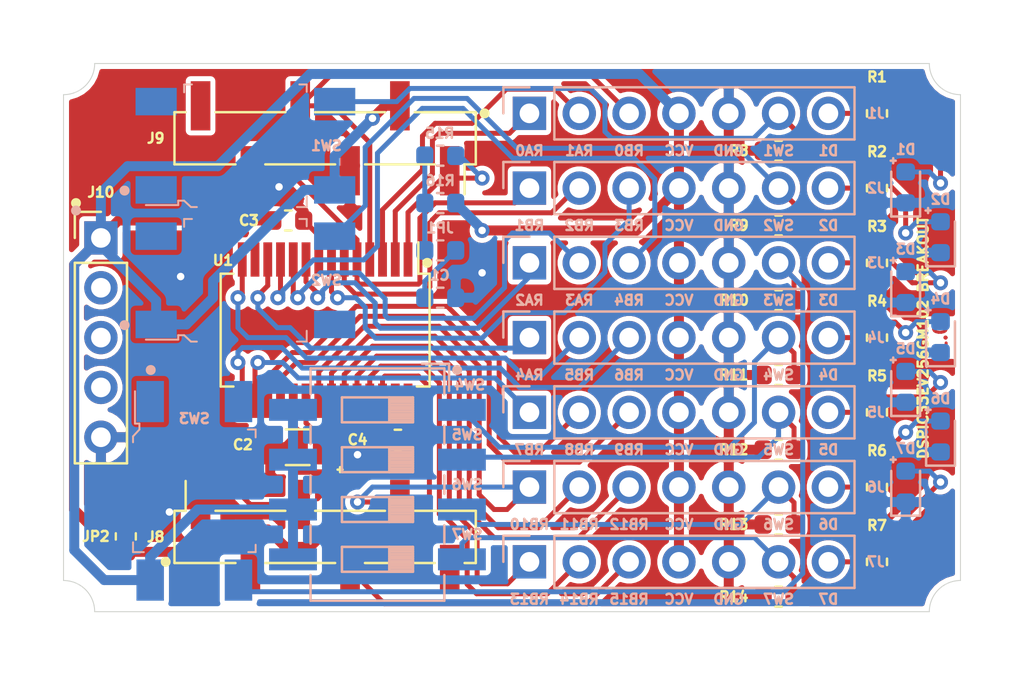
<source format=kicad_pcb>
(kicad_pcb (version 20171130) (host pcbnew "(5.1.6)-1")
  (layers (0 F.Cu signal) (31 B.Cu signal) (34 B.Paste user hide) (35 F.Paste user) (36 B.SilkS user hide) (37 F.SilkS user) (38 B.Mask user hide) (39 F.Mask user) (44 Edge.Cuts user))
  (net 0 "")
  (net 1 "Net-(C2-Pad1)")
  (net 2 "Net-(J1-Pad1)")
  (net 3 "Net-(J1-Pad6)")
  (net 4 "Net-(J2-Pad1)")
  (net 5 "Net-(J2-Pad2)")
  (net 6 "Net-(J2-Pad3)")
  (net 7 "Net-(J3-Pad1)")
  (net 8 "Net-(J3-Pad2)")
  (net 9 "Net-(J4-Pad1)")
  (net 10 "Net-(J4-Pad2)")
  (net 11 "Net-(J4-Pad3)")
  (net 12 "Net-(J6-Pad1)")
  (net 13 "Net-(J6-Pad2)")
  (net 14 "Net-(J6-Pad3)")
  (net 15 "Net-(J6-Pad6)")
  (net 16 "Net-(D1-Pad2)")
  (net 17 "Net-(D2-Pad2)")
  (net 18 VCC)
  (net 19 GNDREF)
  (net 20 "Net-(D3-Pad2)")
  (net 21 "Net-(D4-Pad2)")
  (net 22 "Net-(J3-Pad6)")
  (net 23 "Net-(J3-Pad7)")
  (net 24 "Net-(J4-Pad6)")
  (net 25 "Net-(J4-Pad7)")
  (net 26 "Net-(J5-Pad1)")
  (net 27 "Net-(J5-Pad2)")
  (net 28 "Net-(J5-Pad3)")
  (net 29 "Net-(J5-Pad6)")
  (net 30 "Net-(J5-Pad7)")
  (net 31 "Net-(J7-Pad7)")
  (net 32 "Net-(J7-Pad6)")
  (net 33 "Net-(J7-Pad3)")
  (net 34 "Net-(J7-Pad2)")
  (net 35 "Net-(J7-Pad1)")
  (net 36 "Net-(J8-Pad2)")
  (net 37 "Net-(J8-Pad3)")
  (net 38 "Net-(J8-Pad6)")
  (net 39 "Net-(J9-Pad6)")
  (net 40 "Net-(J9-Pad1)")
  (net 41 "Net-(J10-Pad2)")
  (net 42 "Net-(J10-Pad3)")
  (net 43 "Net-(J10-Pad4)")
  (net 44 "Net-(C1-Pad1)")
  (net 45 "Net-(D5-Pad2)")
  (net 46 "Net-(D6-Pad2)")
  (net 47 "Net-(D7-Pad2)")
  (net 48 "Net-(J1-Pad2)")
  (net 49 "Net-(J1-Pad3)")
  (net 50 "Net-(J1-Pad7)")
  (net 51 "Net-(J2-Pad6)")
  (net 52 "Net-(J2-Pad7)")
  (net 53 "Net-(J3-Pad3)")
  (net 54 "Net-(J6-Pad7)")
  (net 55 "Net-(JP1-Pad1)")
  (module Connector_PinHeader_2.54mm:PinHeader_1x07_P2.54mm_Vertical (layer B.Cu) (at 175.641 83.82 270)
    (fp_text reference J3 (at 0 -17.653 180) (layer B.SilkS) (effects (font (size 0.508 0.508) (thickness 0.127)) (justify mirror)))
    (fp_text value Conn_01x07)
    (pad 7 thru_hole oval (at 0 -15.24 270) (size 1.7 1.7) (drill 1) (layers *.Cu *.Mask) (net 23 "Net-(J3-Pad7)"))
    (pad 6 thru_hole oval (at 0 -12.7 270) (size 1.7 1.7) (drill 1) (layers *.Cu *.Mask) (net 22 "Net-(J3-Pad6)"))
    (pad 5 thru_hole oval (at 0 -10.16 270) (size 1.7 1.7) (drill 1) (layers *.Cu *.Mask) (net 19 GNDREF))
    (pad 4 thru_hole oval (at 0 -7.62 270) (size 1.7 1.7) (drill 1) (layers *.Cu *.Mask) (net 18 VCC))
    (pad 3 thru_hole oval (at 0 -5.08 270) (size 1.7 1.7) (drill 1) (layers *.Cu *.Mask) (net 53 "Net-(J3-Pad3)"))
    (pad 2 thru_hole oval (at 0 -2.54 270) (size 1.7 1.7) (drill 1) (layers *.Cu *.Mask) (net 8 "Net-(J3-Pad2)"))
    (pad 1 thru_hole rect (at 0 0 270) (size 1.7 1.7) (drill 1) (layers *.Cu *.Mask) (net 7 "Net-(J3-Pad1)"))
  )
  (module Resistor_SMD:R_0603_1608Metric (layer F.Cu) (at 188.341 100.838)
    (fp_text reference R14 (at -2.286 0) (layer F.SilkS) (effects (font (size 0.508 0.508) (thickness 0.127))))
    (fp_text value 4.7k)
    (pad 1 smd roundrect (at -0.7875 0) (size 0.875 0.95) (layers F.Cu F.Paste F.Mask) (net 19 GNDREF))
    (pad 2 smd roundrect (at 0.7875 0) (size 0.875 0.95) (layers F.Cu F.Paste F.Mask) (net 32 "Net-(J7-Pad6)"))
  )
  (module Resistor_SMD:R_0603_1608Metric (layer F.Cu) (at 188.341 97.155)
    (fp_text reference R13 (at -2.286 0) (layer F.SilkS) (effects (font (size 0.508 0.508) (thickness 0.127))))
    (fp_text value 4.7k)
    (pad 1 smd roundrect (at -0.7875 0) (size 0.875 0.95) (layers F.Cu F.Paste F.Mask) (net 19 GNDREF))
    (pad 2 smd roundrect (at 0.7875 0) (size 0.875 0.95) (layers F.Cu F.Paste F.Mask) (net 15 "Net-(J6-Pad6)"))
  )
  (module Resistor_SMD:R_0603_1608Metric (layer F.Cu) (at 188.341 93.345)
    (fp_text reference R12 (at -2.286 0) (layer F.SilkS) (effects (font (size 0.508 0.508) (thickness 0.127))))
    (fp_text value 4.7k)
    (pad 1 smd roundrect (at -0.7875 0) (size 0.875 0.95) (layers F.Cu F.Paste F.Mask) (net 19 GNDREF))
    (pad 2 smd roundrect (at 0.7875 0) (size 0.875 0.95) (layers F.Cu F.Paste F.Mask) (net 29 "Net-(J5-Pad6)"))
  )
  (module Resistor_SMD:R_0603_1608Metric (layer F.Cu) (at 188.341 89.535)
    (fp_text reference R11 (at -2.286 0) (layer F.SilkS) (effects (font (size 0.508 0.508) (thickness 0.127))))
    (fp_text value 4.7k)
    (pad 1 smd roundrect (at -0.7875 0) (size 0.875 0.95) (layers F.Cu F.Paste F.Mask) (net 19 GNDREF))
    (pad 2 smd roundrect (at 0.7875 0) (size 0.875 0.95) (layers F.Cu F.Paste F.Mask) (net 24 "Net-(J4-Pad6)"))
  )
  (module Resistor_SMD:R_0603_1608Metric (layer F.Cu) (at 193.3575 99.06 270)
    (fp_text reference R7 (at -1.8543 0 180) (layer F.SilkS) (effects (font (size 0.508 0.508) (thickness 0.127))))
    (fp_text value 143)
    (pad 2 smd roundrect (at 0.7875 0 270) (size 0.875 0.95) (layers F.Cu F.Paste F.Mask) (net 31 "Net-(J7-Pad7)"))
    (pad 1 smd roundrect (at -0.7875 0 270) (size 0.875 0.95) (layers F.Cu F.Paste F.Mask) (net 47 "Net-(D7-Pad2)"))
  )
  (module Resistor_SMD:R_0603_1608Metric (layer F.Cu) (at 193.3575 95.25 270)
    (fp_text reference R6 (at -1.8541 0 180) (layer F.SilkS) (effects (font (size 0.508 0.508) (thickness 0.127))))
    (fp_text value 143)
    (pad 2 smd roundrect (at 0.7875 0 270) (size 0.875 0.95) (layers F.Cu F.Paste F.Mask) (net 54 "Net-(J6-Pad7)"))
    (pad 1 smd roundrect (at -0.7875 0 270) (size 0.875 0.95) (layers F.Cu F.Paste F.Mask) (net 46 "Net-(D6-Pad2)"))
  )
  (module Resistor_SMD:R_0603_1608Metric (layer F.Cu) (at 193.3575 91.44 270)
    (fp_text reference R5 (at -1.8542 0 180) (layer F.SilkS) (effects (font (size 0.508 0.508) (thickness 0.127))))
    (fp_text value 150)
    (pad 2 smd roundrect (at 0.7875 0 270) (size 0.875 0.95) (layers F.Cu F.Paste F.Mask) (net 30 "Net-(J5-Pad7)"))
    (pad 1 smd roundrect (at -0.7875 0 270) (size 0.875 0.95) (layers F.Cu F.Paste F.Mask) (net 45 "Net-(D5-Pad2)"))
  )
  (module Resistor_SMD:R_0603_1608Metric (layer F.Cu) (at 193.3575 87.63 270)
    (fp_text reference R4 (at -1.8542 0 180) (layer F.SilkS) (effects (font (size 0.508 0.508) (thickness 0.127))))
    (fp_text value 150)
    (pad 2 smd roundrect (at 0.7875 0 270) (size 0.875 0.95) (layers F.Cu F.Paste F.Mask) (net 25 "Net-(J4-Pad7)"))
    (pad 1 smd roundrect (at -0.7875 0 270) (size 0.875 0.95) (layers F.Cu F.Paste F.Mask) (net 21 "Net-(D4-Pad2)"))
  )
  (module Resistor_SMD:R_0603_1608Metric (layer F.Cu) (at 188.341 85.725)
    (fp_text reference R10 (at -2.2605 0) (layer F.SilkS) (effects (font (size 0.508 0.508) (thickness 0.127))))
    (fp_text value 4.7k)
    (pad 1 smd roundrect (at -0.7875 0) (size 0.875 0.95) (layers F.Cu F.Paste F.Mask) (net 19 GNDREF))
    (pad 2 smd roundrect (at 0.7875 0) (size 0.875 0.95) (layers F.Cu F.Paste F.Mask) (net 22 "Net-(J3-Pad6)"))
  )
  (module Resistor_SMD:R_0603_1608Metric (layer F.Cu) (at 193.3575 83.82 270)
    (fp_text reference R3 (at -1.8542 0 180) (layer F.SilkS) (effects (font (size 0.508 0.508) (thickness 0.127))))
    (fp_text value 150)
    (pad 2 smd roundrect (at 0.7875 0 270) (size 0.875 0.95) (layers F.Cu F.Paste F.Mask) (net 23 "Net-(J3-Pad7)"))
    (pad 1 smd roundrect (at -0.7875 0 270) (size 0.875 0.95) (layers F.Cu F.Paste F.Mask) (net 20 "Net-(D3-Pad2)"))
  )
  (module Resistor_SMD:R_0603_1608Metric (layer F.Cu) (at 188.341 81.915)
    (fp_text reference R9 (at -2.032 0) (layer F.SilkS) (effects (font (size 0.508 0.508) (thickness 0.127))))
    (fp_text value 4.7k)
    (pad 1 smd roundrect (at -0.7875 0) (size 0.875 0.95) (layers F.Cu F.Paste F.Mask) (net 19 GNDREF))
    (pad 2 smd roundrect (at 0.7875 0) (size 0.875 0.95) (layers F.Cu F.Paste F.Mask) (net 51 "Net-(J2-Pad6)"))
  )
  (module Resistor_SMD:R_0603_1608Metric (layer F.Cu) (at 188.341 78.105)
    (fp_text reference R8 (at -2.032 0) (layer F.SilkS) (effects (font (size 0.508 0.508) (thickness 0.127))))
    (fp_text value 4.7k)
    (pad 1 smd roundrect (at -0.7875 0) (size 0.875 0.95) (layers F.Cu F.Paste F.Mask) (net 19 GNDREF))
    (pad 2 smd roundrect (at 0.7875 0) (size 0.875 0.95) (layers F.Cu F.Paste F.Mask) (net 3 "Net-(J1-Pad6)"))
  )
  (module Resistor_SMD:R_0603_1608Metric (layer B.Cu) (at 171.0945 78.359 180)
    (fp_text reference R15 (at 0.0255 1.143) (layer B.SilkS) (effects (font (size 0.508 0.508) (thickness 0.127)) (justify mirror)))
    (fp_text value 470)
    (pad 1 smd roundrect (at -0.7875 0 180) (size 0.875 0.95) (layers B.Cu B.Paste B.Mask) (net 40 "Net-(J9-Pad1)"))
    (pad 2 smd roundrect (at 0.7875 0 180) (size 0.875 0.95) (layers B.Cu B.Paste B.Mask) (net 55 "Net-(JP1-Pad1)"))
  )
  (module Resistor_SMD:R_0603_1608Metric (layer B.Cu) (at 171.0945 80.772)
    (fp_text reference R16 (at 0 -1.143) (layer B.SilkS) (effects (font (size 0.508 0.508) (thickness 0.127)) (justify mirror)))
    (fp_text value 10k)
    (pad 1 smd roundrect (at -0.7875 0) (size 0.875 0.95) (layers B.Cu B.Paste B.Mask) (net 55 "Net-(JP1-Pad1)"))
    (pad 2 smd roundrect (at 0.7875 0) (size 0.875 0.95) (layers B.Cu B.Paste B.Mask) (net 18 VCC))
  )
  (module Resistor_SMD:R_0603_1608Metric (layer F.Cu) (at 193.3575 80.01 270)
    (fp_text reference R2 (at -1.8541 0 180) (layer F.SilkS) (effects (font (size 0.508 0.508) (thickness 0.127))))
    (fp_text value 82)
    (pad 2 smd roundrect (at 0.7875 0 270) (size 0.875 0.95) (layers F.Cu F.Paste F.Mask) (net 52 "Net-(J2-Pad7)"))
    (pad 1 smd roundrect (at -0.7875 0 270) (size 0.875 0.95) (layers F.Cu F.Paste F.Mask) (net 17 "Net-(D2-Pad2)"))
  )
  (module Resistor_SMD:R_0603_1608Metric (layer F.Cu) (at 193.3575 76.2 270)
    (fp_text reference R1 (at -1.8541 0 180) (layer F.SilkS) (effects (font (size 0.508 0.508) (thickness 0.127))))
    (fp_text value 82)
    (pad 2 smd roundrect (at 0.7875 0 270) (size 0.875 0.95) (layers F.Cu F.Paste F.Mask) (net 50 "Net-(J1-Pad7)"))
    (pad 1 smd roundrect (at -0.7875 0 270) (size 0.875 0.95) (layers F.Cu F.Paste F.Mask) (net 16 "Net-(D1-Pad2)"))
  )
  (module Connector_PinHeader_2.54mm:PinHeader_1x07_P2.54mm_Vertical (layer B.Cu) (at 175.641 76.2 270)
    (fp_text reference J1 (at 0 -17.653 180) (layer B.SilkS) (effects (font (size 0.508 0.508) (thickness 0.127)) (justify mirror)))
    (fp_text value Conn_01x07)
    (pad 7 thru_hole oval (at 0 -15.24 270) (size 1.7 1.7) (drill 1) (layers *.Cu *.Mask) (net 50 "Net-(J1-Pad7)"))
    (pad 6 thru_hole oval (at 0 -12.7 270) (size 1.7 1.7) (drill 1) (layers *.Cu *.Mask) (net 3 "Net-(J1-Pad6)"))
    (pad 5 thru_hole oval (at 0 -10.16 270) (size 1.7 1.7) (drill 1) (layers *.Cu *.Mask) (net 19 GNDREF))
    (pad 4 thru_hole oval (at 0 -7.62 270) (size 1.7 1.7) (drill 1) (layers *.Cu *.Mask) (net 18 VCC))
    (pad 3 thru_hole oval (at 0 -5.08 270) (size 1.7 1.7) (drill 1) (layers *.Cu *.Mask) (net 49 "Net-(J1-Pad3)"))
    (pad 2 thru_hole oval (at 0 -2.54 270) (size 1.7 1.7) (drill 1) (layers *.Cu *.Mask) (net 48 "Net-(J1-Pad2)"))
    (pad 1 thru_hole rect (at 0 0 270) (size 1.7 1.7) (drill 1) (layers *.Cu *.Mask) (net 2 "Net-(J1-Pad1)"))
  )
  (module Capacitor_SMD:C_0603_1608Metric (layer B.Cu) (at 171.0945 85.598)
    (fp_text reference C1 (at -0.0255 -1.143) (layer B.SilkS) (effects (font (size 0.508 0.508) (thickness 0.127)) (justify mirror)))
    (fp_text value 100nF)
    (pad 2 smd roundrect (at 0.7875 0) (size 0.875 0.95) (layers B.Cu B.Paste B.Mask) (net 19 GNDREF))
    (pad 1 smd roundrect (at -0.7875 0) (size 0.875 0.95) (layers B.Cu B.Paste B.Mask) (net 44 "Net-(C1-Pad1)"))
  )
  (module Capacitor_SMD:C_1206_3216Metric (layer F.Cu) (at 163.827 93.218 180)
    (fp_text reference C2 (at 2.791 0.127) (layer F.SilkS) (effects (font (size 0.508 0.508) (thickness 0.127))))
    (fp_text value 10uF)
    (pad 1 smd roundrect (at -1.4 0 180) (size 1.25 1.75) (layers F.Cu F.Paste F.Mask) (roundrect_rratio 0.2) (net 1 "Net-(C2-Pad1)"))
    (pad 2 smd roundrect (at 1.4 0 180) (size 1.25 1.75) (layers F.Cu F.Paste F.Mask) (roundrect_rratio 0.2) (net 19 GNDREF))
  )
  (module Capacitor_SMD:C_0603_1608Metric (layer F.Cu) (at 163.3475 81.661)
    (fp_text reference C3 (at -2.0065 0) (layer F.SilkS) (effects (font (size 0.508 0.508) (thickness 0.127))))
    (fp_text value 100nF)
    (pad 2 smd roundrect (at 0.7875 0) (size 0.875 0.95) (layers F.Cu F.Paste F.Mask) (net 19 GNDREF))
    (pad 1 smd roundrect (at -0.7875 0) (size 0.875 0.95) (layers F.Cu F.Paste F.Mask) (net 18 VCC))
  )
  (module Capacitor_SMD:C_0603_1608Metric (layer F.Cu) (at 168.9355 92.837 180)
    (fp_text reference C4 (at 2.0575 0) (layer F.SilkS) (effects (font (size 0.508 0.508) (thickness 0.127))))
    (fp_text value 100nF)
    (pad 2 smd roundrect (at 0.7875 0 180) (size 0.875 0.95) (layers F.Cu F.Paste F.Mask) (net 19 GNDREF))
    (pad 1 smd roundrect (at -0.7875 0 180) (size 0.875 0.95) (layers F.Cu F.Paste F.Mask) (net 18 VCC))
  )
  (module LED_SMD:LED_0603_1608Metric (layer B.Cu) (at 194.818 79.972 90)
    (fp_text reference D1 (at 1.9305 0 180) (layer B.SilkS) (effects (font (size 0.508 0.508) (thickness 0.127)) (justify mirror)))
    (fp_text value BLUE)
    (pad 2 smd roundrect (at 0.7875 0 90) (size 0.875 0.95) (layers B.Cu B.Paste B.Mask) (net 16 "Net-(D1-Pad2)"))
    (pad 1 smd roundrect (at -0.7875 0 90) (size 0.875 0.95) (layers B.Cu B.Paste B.Mask) (net 19 GNDREF))
  )
  (module LED_SMD:LED_0603_1608Metric (layer B.Cu) (at 196.596 82.512 90)
    (fp_text reference D2 (at 1.9305 0 180) (layer B.SilkS) (effects (font (size 0.508 0.508) (thickness 0.127)) (justify mirror)))
    (fp_text value BLUE)
    (pad 1 smd roundrect (at -0.7875 0 90) (size 0.875 0.95) (layers B.Cu B.Paste B.Mask) (net 19 GNDREF))
    (pad 2 smd roundrect (at 0.7875 0 90) (size 0.875 0.95) (layers B.Cu B.Paste B.Mask) (net 17 "Net-(D2-Pad2)"))
  )
  (module LED_SMD:LED_0603_1608Metric (layer B.Cu) (at 194.818 85.056166 90)
    (fp_text reference D3 (at 1.934666 0 180) (layer B.SilkS) (effects (font (size 0.508 0.508) (thickness 0.127)) (justify mirror)))
    (fp_text value RED)
    (pad 2 smd roundrect (at 0.7875 0 90) (size 0.875 0.95) (layers B.Cu B.Paste B.Mask) (net 20 "Net-(D3-Pad2)"))
    (pad 1 smd roundrect (at -0.7875 0 90) (size 0.875 0.95) (layers B.Cu B.Paste B.Mask) (net 19 GNDREF))
  )
  (module LED_SMD:LED_0603_1608Metric (layer B.Cu) (at 196.596 87.6046 90)
    (fp_text reference D4 (at 1.9431 0 180) (layer B.SilkS) (effects (font (size 0.508 0.508) (thickness 0.127)) (justify mirror)))
    (fp_text value RED)
    (pad 1 smd roundrect (at -0.7875 0 90) (size 0.875 0.95) (layers B.Cu B.Paste B.Mask) (net 19 GNDREF))
    (pad 2 smd roundrect (at 0.7875 0 90) (size 0.875 0.95) (layers B.Cu B.Paste B.Mask) (net 21 "Net-(D4-Pad2)"))
  )
  (module LED_SMD:LED_0603_1608Metric (layer B.Cu) (at 194.818 90.140332 90)
    (fp_text reference D5 (at 1.938832 0 180) (layer B.SilkS) (effects (font (size 0.508 0.508) (thickness 0.127)) (justify mirror)))
    (fp_text value RED)
    (pad 2 smd roundrect (at 0.7875 0 90) (size 0.875 0.95) (layers B.Cu B.Paste B.Mask) (net 45 "Net-(D5-Pad2)"))
    (pad 1 smd roundrect (at -0.7875 0 90) (size 0.875 0.95) (layers B.Cu B.Paste B.Mask) (net 19 GNDREF))
  )
  (module LED_SMD:LED_0603_1608Metric (layer B.Cu) (at 196.596 92.672 90)
    (fp_text reference D6 (at 1.9305 0 180) (layer B.SilkS) (effects (font (size 0.508 0.508) (thickness 0.127)) (justify mirror)))
    (fp_text value GREEN)
    (pad 2 smd roundrect (at 0.7875 0 90) (size 0.875 0.95) (layers B.Cu B.Paste B.Mask) (net 46 "Net-(D6-Pad2)"))
    (pad 1 smd roundrect (at -0.7875 0 90) (size 0.875 0.95) (layers B.Cu B.Paste B.Mask) (net 19 GNDREF))
  )
  (module LED_SMD:LED_0603_1608Metric (layer B.Cu) (at 194.818 95.2245 90)
    (fp_text reference D7 (at 1.943 0 180) (layer B.SilkS) (effects (font (size 0.508 0.508) (thickness 0.127)) (justify mirror)))
    (fp_text value GREEN)
    (pad 1 smd roundrect (at -0.7875 0 90) (size 0.875 0.95) (layers B.Cu B.Paste B.Mask) (net 19 GNDREF))
    (pad 2 smd roundrect (at 0.7875 0 90) (size 0.875 0.95) (layers B.Cu B.Paste B.Mask) (net 47 "Net-(D7-Pad2)"))
  )
  (module Connector_PinHeader_2.54mm:PinHeader_1x07_P2.54mm_Vertical (layer B.Cu) (at 175.641 80.01 270)
    (fp_text reference J2 (at 0 -17.653 180) (layer B.SilkS) (effects (font (size 0.508 0.508) (thickness 0.127)) (justify mirror)))
    (fp_text value Conn_01x07)
    (pad 1 thru_hole rect (at 0 0 270) (size 1.7 1.7) (drill 1) (layers *.Cu *.Mask) (net 4 "Net-(J2-Pad1)"))
    (pad 2 thru_hole oval (at 0 -2.54 270) (size 1.7 1.7) (drill 1) (layers *.Cu *.Mask) (net 5 "Net-(J2-Pad2)"))
    (pad 3 thru_hole oval (at 0 -5.08 270) (size 1.7 1.7) (drill 1) (layers *.Cu *.Mask) (net 6 "Net-(J2-Pad3)"))
    (pad 4 thru_hole oval (at 0 -7.62 270) (size 1.7 1.7) (drill 1) (layers *.Cu *.Mask) (net 18 VCC))
    (pad 5 thru_hole oval (at 0 -10.16 270) (size 1.7 1.7) (drill 1) (layers *.Cu *.Mask) (net 19 GNDREF))
    (pad 6 thru_hole oval (at 0 -12.7 270) (size 1.7 1.7) (drill 1) (layers *.Cu *.Mask) (net 51 "Net-(J2-Pad6)"))
    (pad 7 thru_hole oval (at 0 -15.24 270) (size 1.7 1.7) (drill 1) (layers *.Cu *.Mask) (net 52 "Net-(J2-Pad7)"))
  )
  (module Connector_PinHeader_2.54mm:PinHeader_1x07_P2.54mm_Vertical (layer B.Cu) (at 175.641 87.63 270)
    (fp_text reference J4 (at 0 -17.653 180) (layer B.SilkS) (effects (font (size 0.508 0.508) (thickness 0.127)) (justify mirror)))
    (fp_text value Conn_01x07)
    (pad 1 thru_hole rect (at 0 0 270) (size 1.7 1.7) (drill 1) (layers *.Cu *.Mask) (net 9 "Net-(J4-Pad1)"))
    (pad 2 thru_hole oval (at 0 -2.54 270) (size 1.7 1.7) (drill 1) (layers *.Cu *.Mask) (net 10 "Net-(J4-Pad2)"))
    (pad 3 thru_hole oval (at 0 -5.08 270) (size 1.7 1.7) (drill 1) (layers *.Cu *.Mask) (net 11 "Net-(J4-Pad3)"))
    (pad 4 thru_hole oval (at 0 -7.62 270) (size 1.7 1.7) (drill 1) (layers *.Cu *.Mask) (net 18 VCC))
    (pad 5 thru_hole oval (at 0 -10.16 270) (size 1.7 1.7) (drill 1) (layers *.Cu *.Mask) (net 19 GNDREF))
    (pad 6 thru_hole oval (at 0 -12.7 270) (size 1.7 1.7) (drill 1) (layers *.Cu *.Mask) (net 24 "Net-(J4-Pad6)"))
    (pad 7 thru_hole oval (at 0 -15.24 270) (size 1.7 1.7) (drill 1) (layers *.Cu *.Mask) (net 25 "Net-(J4-Pad7)"))
  )
  (module Connector_PinHeader_2.54mm:PinHeader_1x07_P2.54mm_Vertical (layer B.Cu) (at 175.641 91.44 270)
    (fp_text reference J5 (at 0 -17.653 180) (layer B.SilkS) (effects (font (size 0.508 0.508) (thickness 0.127)) (justify mirror)))
    (fp_text value Conn_01x07)
    (pad 7 thru_hole oval (at 0 -15.24 270) (size 1.7 1.7) (drill 1) (layers *.Cu *.Mask) (net 30 "Net-(J5-Pad7)"))
    (pad 6 thru_hole oval (at 0 -12.7 270) (size 1.7 1.7) (drill 1) (layers *.Cu *.Mask) (net 29 "Net-(J5-Pad6)"))
    (pad 5 thru_hole oval (at 0 -10.16 270) (size 1.7 1.7) (drill 1) (layers *.Cu *.Mask) (net 19 GNDREF))
    (pad 4 thru_hole oval (at 0 -7.62 270) (size 1.7 1.7) (drill 1) (layers *.Cu *.Mask) (net 18 VCC))
    (pad 3 thru_hole oval (at 0 -5.08 270) (size 1.7 1.7) (drill 1) (layers *.Cu *.Mask) (net 28 "Net-(J5-Pad3)"))
    (pad 2 thru_hole oval (at 0 -2.54 270) (size 1.7 1.7) (drill 1) (layers *.Cu *.Mask) (net 27 "Net-(J5-Pad2)"))
    (pad 1 thru_hole rect (at 0 0 270) (size 1.7 1.7) (drill 1) (layers *.Cu *.Mask) (net 26 "Net-(J5-Pad1)"))
  )
  (module Connector_PinHeader_2.54mm:PinHeader_1x07_P2.54mm_Vertical (layer B.Cu) (at 175.641 95.25 270)
    (fp_text reference J6 (at 0 -17.653 180) (layer B.SilkS) (effects (font (size 0.508 0.508) (thickness 0.127)) (justify mirror)))
    (fp_text value Conn_01x07)
    (pad 7 thru_hole oval (at 0 -15.24 270) (size 1.7 1.7) (drill 1) (layers *.Cu *.Mask) (net 54 "Net-(J6-Pad7)"))
    (pad 6 thru_hole oval (at 0 -12.7 270) (size 1.7 1.7) (drill 1) (layers *.Cu *.Mask) (net 15 "Net-(J6-Pad6)"))
    (pad 5 thru_hole oval (at 0 -10.16 270) (size 1.7 1.7) (drill 1) (layers *.Cu *.Mask) (net 19 GNDREF))
    (pad 4 thru_hole oval (at 0 -7.62 270) (size 1.7 1.7) (drill 1) (layers *.Cu *.Mask) (net 18 VCC))
    (pad 3 thru_hole oval (at 0 -5.08 270) (size 1.7 1.7) (drill 1) (layers *.Cu *.Mask) (net 14 "Net-(J6-Pad3)"))
    (pad 2 thru_hole oval (at 0 -2.54 270) (size 1.7 1.7) (drill 1) (layers *.Cu *.Mask) (net 13 "Net-(J6-Pad2)"))
    (pad 1 thru_hole rect (at 0 0 270) (size 1.7 1.7) (drill 1) (layers *.Cu *.Mask) (net 12 "Net-(J6-Pad1)"))
  )
  (module Connector_PinHeader_2.54mm:PinHeader_1x07_P2.54mm_Vertical (layer B.Cu) (at 175.641 99.06 270)
    (fp_text reference J7 (at 0 -17.653 180) (layer B.SilkS) (effects (font (size 0.508 0.508) (thickness 0.127)) (justify mirror)))
    (fp_text value Conn_01x07)
    (pad 1 thru_hole rect (at 0 0 270) (size 1.7 1.7) (drill 1) (layers *.Cu *.Mask) (net 35 "Net-(J7-Pad1)"))
    (pad 2 thru_hole oval (at 0 -2.54 270) (size 1.7 1.7) (drill 1) (layers *.Cu *.Mask) (net 34 "Net-(J7-Pad2)"))
    (pad 3 thru_hole oval (at 0 -5.08 270) (size 1.7 1.7) (drill 1) (layers *.Cu *.Mask) (net 33 "Net-(J7-Pad3)"))
    (pad 4 thru_hole oval (at 0 -7.62 270) (size 1.7 1.7) (drill 1) (layers *.Cu *.Mask) (net 18 VCC))
    (pad 5 thru_hole oval (at 0 -10.16 270) (size 1.7 1.7) (drill 1) (layers *.Cu *.Mask) (net 19 GNDREF))
    (pad 6 thru_hole oval (at 0 -12.7 270) (size 1.7 1.7) (drill 1) (layers *.Cu *.Mask) (net 32 "Net-(J7-Pad6)"))
    (pad 7 thru_hole oval (at 0 -15.24 270) (size 1.7 1.7) (drill 1) (layers *.Cu *.Mask) (net 31 "Net-(J7-Pad7)"))
  )
  (module Connector_PinHeader_2.54mm:PinHeader_1x05_P2.54mm_Vertical (layer F.Cu) (at 153.797 82.55)
    (fp_text reference J10 (at 0 -2.33) (layer F.SilkS) (effects (font (size 0.508 0.508) (thickness 0.127))))
    (fp_text value USB-PWR)
    (pad 5 thru_hole oval (at 0 10.16) (size 1.7 1.7) (drill 1) (layers *.Cu *.Mask) (net 19 GNDREF))
    (pad 4 thru_hole oval (at 0 7.62) (size 1.7 1.7) (drill 1) (layers *.Cu *.Mask) (net 43 "Net-(J10-Pad4)"))
    (pad 3 thru_hole oval (at 0 5.08) (size 1.7 1.7) (drill 1) (layers *.Cu *.Mask) (net 42 "Net-(J10-Pad3)"))
    (pad 2 thru_hole oval (at 0 2.54) (size 1.7 1.7) (drill 1) (layers *.Cu *.Mask) (net 41 "Net-(J10-Pad2)"))
    (pad 1 thru_hole rect (at 0 0) (size 1.7 1.7) (drill 1) (layers *.Cu *.Mask) (net 18 VCC))
  )
  (module Package_SO:SSOP-28_5.3x10.2mm_P0.65mm (layer F.Cu) (at 165.227 87.249 270)
    (fp_text reference U1 (at -3.556 5.207 180) (layer F.SilkS) (effects (font (size 0.508 0.508) (thickness 0.127))))
    (fp_text value dspic33ev256gm102)
    (pad 1 smd rect (at -3.6 -4.225 270) (size 1.75 0.45) (layers F.Cu F.Paste F.Mask) (net 40 "Net-(J9-Pad1)"))
    (pad 2 smd rect (at -3.6 -3.575 270) (size 1.75 0.45) (layers F.Cu F.Paste F.Mask) (net 2 "Net-(J1-Pad1)"))
    (pad 3 smd rect (at -3.6 -2.925 270) (size 1.75 0.45) (layers F.Cu F.Paste F.Mask) (net 48 "Net-(J1-Pad2)"))
    (pad 4 smd rect (at -3.6 -2.275 270) (size 1.75 0.45) (layers F.Cu F.Paste F.Mask) (net 49 "Net-(J1-Pad3)"))
    (pad 5 smd rect (at -3.6 -1.625 270) (size 1.75 0.45) (layers F.Cu F.Paste F.Mask) (net 4 "Net-(J2-Pad1)"))
    (pad 6 smd rect (at -3.6 -0.975 270) (size 1.75 0.45) (layers F.Cu F.Paste F.Mask) (net 5 "Net-(J2-Pad2)"))
    (pad 7 smd rect (at -3.6 -0.325 270) (size 1.75 0.45) (layers F.Cu F.Paste F.Mask) (net 6 "Net-(J2-Pad3)"))
    (pad 8 smd rect (at -3.6 0.325 270) (size 1.75 0.45) (layers F.Cu F.Paste F.Mask) (net 19 GNDREF))
    (pad 9 smd rect (at -3.6 0.975 270) (size 1.75 0.45) (layers F.Cu F.Paste F.Mask) (net 7 "Net-(J3-Pad1)"))
    (pad 10 smd rect (at -3.6 1.625 270) (size 1.75 0.45) (layers F.Cu F.Paste F.Mask) (net 8 "Net-(J3-Pad2)"))
    (pad 11 smd rect (at -3.6 2.275 270) (size 1.75 0.45) (layers F.Cu F.Paste F.Mask) (net 53 "Net-(J3-Pad3)"))
    (pad 12 smd rect (at -3.6 2.925 270) (size 1.75 0.45) (layers F.Cu F.Paste F.Mask) (net 9 "Net-(J4-Pad1)"))
    (pad 13 smd rect (at -3.6 3.575 270) (size 1.75 0.45) (layers F.Cu F.Paste F.Mask) (net 18 VCC))
    (pad 14 smd rect (at -3.6 4.225 270) (size 1.75 0.45) (layers F.Cu F.Paste F.Mask) (net 10 "Net-(J4-Pad2)"))
    (pad 15 smd rect (at 3.6 4.225 270) (size 1.75 0.45) (layers F.Cu F.Paste F.Mask) (net 11 "Net-(J4-Pad3)"))
    (pad 16 smd rect (at 3.6 3.575 270) (size 1.75 0.45) (layers F.Cu F.Paste F.Mask) (net 26 "Net-(J5-Pad1)"))
    (pad 17 smd rect (at 3.6 2.925 270) (size 1.75 0.45) (layers F.Cu F.Paste F.Mask) (net 27 "Net-(J5-Pad2)"))
    (pad 18 smd rect (at 3.6 2.275 270) (size 1.75 0.45) (layers F.Cu F.Paste F.Mask) (net 28 "Net-(J5-Pad3)"))
    (pad 19 smd rect (at 3.6 1.625 270) (size 1.75 0.45) (layers F.Cu F.Paste F.Mask) (net 19 GNDREF))
    (pad 20 smd rect (at 3.6 0.975 270) (size 1.75 0.45) (layers F.Cu F.Paste F.Mask) (net 1 "Net-(C2-Pad1)"))
    (pad 21 smd rect (at 3.6 0.325 270) (size 1.75 0.45) (layers F.Cu F.Paste F.Mask) (net 12 "Net-(J6-Pad1)"))
    (pad 22 smd rect (at 3.6 -0.325 270) (size 1.75 0.45) (layers F.Cu F.Paste F.Mask) (net 13 "Net-(J6-Pad2)"))
    (pad 23 smd rect (at 3.6 -0.975 270) (size 1.75 0.45) (layers F.Cu F.Paste F.Mask) (net 14 "Net-(J6-Pad3)"))
    (pad 24 smd rect (at 3.6 -1.625 270) (size 1.75 0.45) (layers F.Cu F.Paste F.Mask) (net 35 "Net-(J7-Pad1)"))
    (pad 25 smd rect (at 3.6 -2.275 270) (size 1.75 0.45) (layers F.Cu F.Paste F.Mask) (net 34 "Net-(J7-Pad2)"))
    (pad 26 smd rect (at 3.6 -2.925 270) (size 1.75 0.45) (layers F.Cu F.Paste F.Mask) (net 33 "Net-(J7-Pad3)"))
    (pad 27 smd rect (at 3.6 -3.575 270) (size 1.75 0.45) (layers F.Cu F.Paste F.Mask) (net 19 GNDREF))
    (pad 28 smd rect (at 3.6 -4.225 270) (size 1.75 0.45) (layers F.Cu F.Paste F.Mask) (net 18 VCC))
  )
  (module Connector_PinHeader_2.54mm:PinHeader_1x06_P2.54mm_Vertical_SMD_Pin1Right (layer F.Cu) (at 165.227 97.79 90)
    (fp_text reference J8 (at 0 -8.636 180) (layer F.SilkS) (effects (font (size 0.508 0.508) (thickness 0.127))))
    (fp_text value FTDI)
    (pad 2 smd rect (at -1.655 -3.81 90) (size 2.51 1) (layers F.Cu F.Paste F.Mask) (net 36 "Net-(J8-Pad2)"))
    (pad 4 smd rect (at -1.655 1.27 90) (size 2.51 1) (layers F.Cu F.Paste F.Mask) (net 33 "Net-(J7-Pad3)"))
    (pad 6 smd rect (at -1.655 6.35 90) (size 2.51 1) (layers F.Cu F.Paste F.Mask) (net 38 "Net-(J8-Pad6)"))
    (pad 1 smd rect (at 1.655 -6.35 90) (size 2.51 1) (layers F.Cu F.Paste F.Mask) (net 19 GNDREF))
    (pad 3 smd rect (at 1.655 -1.27 90) (size 2.51 1) (layers F.Cu F.Paste F.Mask) (net 37 "Net-(J8-Pad3)"))
    (pad 5 smd rect (at 1.655 3.81 90) (size 2.51 1) (layers F.Cu F.Paste F.Mask) (net 12 "Net-(J6-Pad1)"))
  )
  (module Connector_PinHeader_2.54mm:PinHeader_1x06_P2.54mm_Vertical_SMD_Pin1Right (layer F.Cu) (at 165.227 77.47 270)
    (fp_text reference J9 (at 0 8.636 180) (layer F.SilkS) (effects (font (size 0.508 0.508) (thickness 0.127))))
    (fp_text value PICkit3)
    (pad 5 smd rect (at 1.655 3.81 270) (size 2.51 1) (layers F.Cu F.Paste F.Mask) (net 4 "Net-(J2-Pad1)"))
    (pad 3 smd rect (at 1.655 -1.27 270) (size 2.51 1) (layers F.Cu F.Paste F.Mask) (net 19 GNDREF))
    (pad 1 smd rect (at 1.655 -6.35 270) (size 2.51 1) (layers F.Cu F.Paste F.Mask) (net 40 "Net-(J9-Pad1)"))
    (pad 6 smd rect (at -1.655 6.35 270) (size 2.51 1) (layers F.Cu F.Paste F.Mask) (net 39 "Net-(J9-Pad6)"))
    (pad 4 smd rect (at -1.655 1.27 270) (size 2.51 1) (layers F.Cu F.Paste F.Mask) (net 49 "Net-(J1-Pad3)"))
    (pad 2 smd rect (at -1.655 -3.81 270) (size 2.51 1) (layers F.Cu F.Paste F.Mask) (net 18 VCC))
  )
  (module Button_Switch_SMD:SW_DIP_SPSTx04_Slide_6.7x11.72mm_W8.61mm_P2.54mm_LowProfile (layer B.Cu) (at 167.894 95.123 180)
    (fp_text reference SW4 hide)
    (fp_text value SW_DIP_x04)
    (pad 8 smd rect (at 4.305 3.81 180) (size 2.44 1.12) (layers B.Cu B.Paste B.Mask) (net 18 VCC))
    (pad 4 smd rect (at -4.305 -3.81 180) (size 2.44 1.12) (layers B.Cu B.Paste B.Mask) (net 32 "Net-(J7-Pad6)"))
    (pad 7 smd rect (at 4.305 1.27 180) (size 2.44 1.12) (layers B.Cu B.Paste B.Mask) (net 18 VCC))
    (pad 3 smd rect (at -4.305 -1.27 180) (size 2.44 1.12) (layers B.Cu B.Paste B.Mask) (net 15 "Net-(J6-Pad6)"))
    (pad 6 smd rect (at 4.305 -1.27 180) (size 2.44 1.12) (layers B.Cu B.Paste B.Mask) (net 18 VCC))
    (pad 2 smd rect (at -4.305 1.27 180) (size 2.44 1.12) (layers B.Cu B.Paste B.Mask) (net 29 "Net-(J5-Pad6)"))
    (pad 5 smd rect (at 4.305 -3.81 180) (size 2.44 1.12) (layers B.Cu B.Paste B.Mask) (net 18 VCC))
    (pad 1 smd rect (at -4.305 3.81 180) (size 2.44 1.12) (layers B.Cu B.Paste B.Mask) (net 24 "Net-(J4-Pad6)"))
  )
  (module Resistor_SMD:R_0603_1608Metric (layer B.Cu) (at 171.0945 83.185)
    (fp_text reference JP1 (at -0.015 -1.143) (layer B.SilkS) (effects (font (size 0.508 0.508) (thickness 0.127)) (justify mirror)))
    (fp_text value Jumper_NO_Small)
    (pad 2 smd roundrect (at 0.7875 0) (size 0.875 0.95) (layers B.Cu B.Paste B.Mask) (net 44 "Net-(C1-Pad1)"))
    (pad 1 smd roundrect (at -0.7875 0) (size 0.875 0.95) (layers B.Cu B.Paste B.Mask) (net 55 "Net-(JP1-Pad1)"))
  )
  (module Resistor_SMD:R_0603_1608Metric (layer F.Cu) (at 155.067 97.7645 270)
    (fp_text reference JP2 (at 0 1.524 180) (layer F.SilkS) (effects (font (size 0.508 0.508) (thickness 0.127))))
    (fp_text value Jumper_NO_Small)
    (pad 2 smd roundrect (at 0.7875 0 270) (size 0.875 0.95) (layers F.Cu F.Paste F.Mask) (net 18 VCC))
    (pad 1 smd roundrect (at -0.7875 0 270) (size 0.875 0.95) (layers F.Cu F.Paste F.Mask) (net 37 "Net-(J8-Pad3)"))
  )
  (module digikey-footprints:Switch_Tactile_SMD_6x6mm (layer B.Cu) (at 161.163 77.851)
    (fp_text reference SW1 (at 4.1275 0) (layer B.SilkS) (effects (font (size 0.508 0.508) (thickness 0.127)) (justify mirror)))
    (fp_text value SW_SPST_1-3)
    (pad 1 smd rect (at -4.55 2.25 90) (size 1.4 2.1) (layers B.Cu B.Paste B.Mask) (net 18 VCC))
    (pad 3 smd rect (at -4.55 -2.25 90) (size 1.4 2.1) (layers B.Cu B.Paste B.Mask) (net 3 "Net-(J1-Pad6)"))
    (pad 4 smd rect (at 4.55 -2.25 90) (size 1.4 2.1) (layers B.Cu B.Paste B.Mask))
    (pad 2 smd rect (at 4.55 2.25 90) (size 1.4 2.1) (layers B.Cu B.Paste B.Mask))
  )
  (module digikey-footprints:Switch_Tactile_SMD_6x6mm (layer B.Cu) (at 161.163 84.709)
    (fp_text reference SW2 (at 4.1275 0) (layer B.SilkS) (effects (font (size 0.508 0.508) (thickness 0.127)) (justify mirror)))
    (fp_text value SW_SPST_1-3)
    (pad 2 smd rect (at 4.55 2.25 90) (size 1.4 2.1) (layers B.Cu B.Paste B.Mask))
    (pad 4 smd rect (at 4.55 -2.25 90) (size 1.4 2.1) (layers B.Cu B.Paste B.Mask))
    (pad 3 smd rect (at -4.55 -2.25 90) (size 1.4 2.1) (layers B.Cu B.Paste B.Mask) (net 51 "Net-(J2-Pad6)"))
    (pad 1 smd rect (at -4.55 2.25 90) (size 1.4 2.1) (layers B.Cu B.Paste B.Mask) (net 18 VCC))
  )
  (module digikey-footprints:Switch_Tactile_SMD_6x6mm (layer B.Cu) (at 158.5595 95.4405 270)
    (fp_text reference SW3 (at -3.683 0 180) (layer B.SilkS) (effects (font (size 0.508 0.508) (thickness 0.127)) (justify mirror)))
    (fp_text value SW_SPST_1-3)
    (pad 1 smd rect (at -4.55 2.25) (size 1.4 2.1) (layers B.Cu B.Paste B.Mask) (net 18 VCC))
    (pad 3 smd rect (at -4.55 -2.25) (size 1.4 2.1) (layers B.Cu B.Paste B.Mask) (net 22 "Net-(J3-Pad6)"))
    (pad 4 smd rect (at 4.55 -2.25) (size 1.4 2.1) (layers B.Cu B.Paste B.Mask))
    (pad 2 smd rect (at 4.55 2.25) (size 1.4 2.1) (layers B.Cu B.Paste B.Mask))
  )
  (gr_text 1.0 (at 196.596 87.63 90) (layer F.Cu) (effects (font (size 0.635 0.635) (thickness 0.1524))))
  (gr_text "DSPIC33EV256GM102 BREAKOUT" (at 195.707 87.63 90) (layer F.SilkS) (effects (font (size 0.508 0.508) (thickness 0.127))))
  (gr_circle (center 171.958 89.281) (end 172.085 89.281) (layer B.SilkS) (width 0.254))
  (gr_circle (center 155.0035 86.995) (end 155.1305 86.995) (layer B.SilkS) (width 0.254))
  (gr_circle (center 155.0035 80.137) (end 155.1305 80.137) (layer B.SilkS) (width 0.254))
  (gr_circle (center 156.337 89.281) (end 156.464 89.281) (layer B.SilkS) (width 0.254))
  (gr_circle (center 152.527 81.153) (end 152.654 81.153) (layer B.SilkS) (width 0.254))
  (gr_line (start 194.056 93.853) (end 194.31 93.853) (layer B.SilkS) (width 0.127))
  (gr_line (start 194.183 93.98) (end 194.183 93.726) (layer B.SilkS) (width 0.127))
  (gr_line (start 195.834 91.313) (end 196.088 91.313) (layer B.SilkS) (width 0.127))
  (gr_line (start 195.961 91.44) (end 195.961 91.186) (layer B.SilkS) (width 0.127))
  (gr_line (start 194.056 88.773) (end 194.31 88.773) (layer B.SilkS) (width 0.127))
  (gr_line (start 194.183 88.9) (end 194.183 88.646) (layer B.SilkS) (width 0.127))
  (gr_line (start 195.834 86.233) (end 196.088 86.233) (layer B.SilkS) (width 0.127))
  (gr_line (start 195.961 86.36) (end 195.961 86.106) (layer B.SilkS) (width 0.127))
  (gr_line (start 194.056 83.693) (end 194.31 83.693) (layer B.SilkS) (width 0.127))
  (gr_line (start 194.183 83.82) (end 194.183 83.566) (layer B.SilkS) (width 0.127))
  (gr_line (start 194.056 78.613) (end 194.31 78.613) (layer B.SilkS) (width 0.127))
  (gr_line (start 194.183 78.74) (end 194.183 78.486) (layer B.SilkS) (width 0.127))
  (gr_line (start 195.961 81.28) (end 195.961 81.026) (layer B.SilkS) (width 0.127))
  (gr_line (start 195.834 81.153) (end 196.088 81.153) (layer B.SilkS) (width 0.127))
  (gr_line (start 165.989 94.234) (end 165.989 94.488) (layer F.SilkS) (width 0.127))
  (gr_line (start 165.862 94.361) (end 166.116 94.361) (layer F.SilkS) (width 0.127))
  (gr_circle (center 152.527 80.772) (end 152.654 80.772) (layer F.SilkS) (width 0.254))
  (gr_circle (center 157.099 99.06) (end 157.226 99.06) (layer F.SilkS) (width 0.254))
  (gr_circle (center 173.355 76.2) (end 173.482 76.2) (layer F.SilkS) (width 0.254))
  (gr_circle (center 170.434 83.82) (end 170.561 83.82) (layer F.SilkS) (width 0.254))
  (gr_text SW7 (at 172.466 97.663) (layer B.SilkS) (effects (font (size 0.508 0.508) (thickness 0.127)) (justify mirror)))
  (gr_text SW6 (at 172.466 95.123) (layer B.SilkS) (effects (font (size 0.508 0.508) (thickness 0.127)) (justify mirror)))
  (gr_text SW5 (at 172.466 92.583) (layer B.SilkS) (effects (font (size 0.508 0.508) (thickness 0.127)) (justify mirror)))
  (gr_text SW4 (at 172.593 90.043) (layer B.SilkS) (effects (font (size 0.508 0.508) (thickness 0.127)) (justify mirror)))
  (gr_text RB14 (at 178.181 100.965) (layer B.SilkS) (effects (font (size 0.508 0.508) (thickness 0.127)) (justify mirror)))
  (gr_text SW7 (at 188.341 100.965) (layer B.SilkS) (effects (font (size 0.508 0.508) (thickness 0.127)) (justify mirror)))
  (gr_text RB13 (at 175.641 100.965) (layer B.SilkS) (effects (font (size 0.508 0.508) (thickness 0.127)) (justify mirror)))
  (gr_text RB15 (at 180.721 100.965) (layer B.SilkS) (effects (font (size 0.508 0.508) (thickness 0.127)) (justify mirror)))
  (gr_text VCC (at 183.261 100.965) (layer B.SilkS) (effects (font (size 0.508 0.508) (thickness 0.127)) (justify mirror)))
  (gr_text GND (at 185.801 100.965) (layer B.SilkS) (effects (font (size 0.508 0.508) (thickness 0.127)) (justify mirror)))
  (gr_text D7 (at 190.881 100.965) (layer B.SilkS) (effects (font (size 0.508 0.508) (thickness 0.127)) (justify mirror)))
  (gr_text RB11 (at 178.181 97.155) (layer B.SilkS) (effects (font (size 0.508 0.508) (thickness 0.127)) (justify mirror)))
  (gr_text SW6 (at 188.341 97.155) (layer B.SilkS) (effects (font (size 0.508 0.508) (thickness 0.127)) (justify mirror)))
  (gr_text RB10 (at 175.641 97.155) (layer B.SilkS) (effects (font (size 0.508 0.508) (thickness 0.127)) (justify mirror)))
  (gr_text RB12 (at 180.721 97.155) (layer B.SilkS) (effects (font (size 0.508 0.508) (thickness 0.127)) (justify mirror)))
  (gr_text VCC (at 183.261 97.155) (layer B.SilkS) (effects (font (size 0.508 0.508) (thickness 0.127)) (justify mirror)))
  (gr_text GND (at 185.801 97.155) (layer B.SilkS) (effects (font (size 0.508 0.508) (thickness 0.127)) (justify mirror)))
  (gr_text D6 (at 190.881 97.155) (layer B.SilkS) (effects (font (size 0.508 0.508) (thickness 0.127)) (justify mirror)))
  (gr_text RB8 (at 178.181 93.345) (layer B.SilkS) (effects (font (size 0.508 0.508) (thickness 0.127)) (justify mirror)))
  (gr_text SW5 (at 188.341 93.345) (layer B.SilkS) (effects (font (size 0.508 0.508) (thickness 0.127)) (justify mirror)))
  (gr_text RB7 (at 175.641 93.345) (layer B.SilkS) (effects (font (size 0.508 0.508) (thickness 0.127)) (justify mirror)))
  (gr_text RB9 (at 180.721 93.345) (layer B.SilkS) (effects (font (size 0.508 0.508) (thickness 0.127)) (justify mirror)))
  (gr_text VCC (at 183.261 93.345) (layer B.SilkS) (effects (font (size 0.508 0.508) (thickness 0.127)) (justify mirror)))
  (gr_text GND (at 185.801 93.345) (layer B.SilkS) (effects (font (size 0.508 0.508) (thickness 0.127)) (justify mirror)))
  (gr_text D5 (at 190.881 93.345) (layer B.SilkS) (effects (font (size 0.508 0.508) (thickness 0.127)) (justify mirror)))
  (gr_text RB5 (at 178.181 89.535) (layer B.SilkS) (effects (font (size 0.508 0.508) (thickness 0.127)) (justify mirror)))
  (gr_text SW4 (at 188.341 89.535) (layer B.SilkS) (effects (font (size 0.508 0.508) (thickness 0.127)) (justify mirror)))
  (gr_text RA4 (at 175.641 89.535) (layer B.SilkS) (effects (font (size 0.508 0.508) (thickness 0.127)) (justify mirror)))
  (gr_text RB6 (at 180.721 89.535) (layer B.SilkS) (effects (font (size 0.508 0.508) (thickness 0.127)) (justify mirror)))
  (gr_text VCC (at 183.261 89.535) (layer B.SilkS) (effects (font (size 0.508 0.508) (thickness 0.127)) (justify mirror)))
  (gr_text GND (at 185.801 89.535) (layer B.SilkS) (effects (font (size 0.508 0.508) (thickness 0.127)) (justify mirror)))
  (gr_text D4 (at 190.881 89.535) (layer B.SilkS) (effects (font (size 0.508 0.508) (thickness 0.127)) (justify mirror)))
  (gr_text RA3 (at 178.181 85.725) (layer B.SilkS) (effects (font (size 0.508 0.508) (thickness 0.127)) (justify mirror)))
  (gr_text SW3 (at 188.341 85.725) (layer B.SilkS) (effects (font (size 0.508 0.508) (thickness 0.127)) (justify mirror)))
  (gr_text RA2 (at 175.641 85.725) (layer B.SilkS) (effects (font (size 0.508 0.508) (thickness 0.127)) (justify mirror)))
  (gr_text RB4 (at 180.721 85.725) (layer B.SilkS) (effects (font (size 0.508 0.508) (thickness 0.127)) (justify mirror)))
  (gr_text VCC (at 183.261 85.725) (layer B.SilkS) (effects (font (size 0.508 0.508) (thickness 0.127)) (justify mirror)))
  (gr_text GND (at 185.801 85.725) (layer B.SilkS) (effects (font (size 0.508 0.508) (thickness 0.127)) (justify mirror)))
  (gr_text D3 (at 190.881 85.725) (layer B.SilkS) (effects (font (size 0.508 0.508) (thickness 0.127)) (justify mirror)))
  (gr_arc (start 197.612 73.66) (end 196.0245 73.66) (angle -90) (layer Edge.Cuts) (width 0.05))
  (gr_arc (start 197.612 101.6) (end 197.612 100.0125) (angle -90) (layer Edge.Cuts) (width 0.05))
  (gr_arc (start 151.892 73.66) (end 153.4795 73.66) (angle 90) (layer Edge.Cuts) (width 0.05))
  (gr_arc (start 151.892 101.6) (end 153.4795 101.6) (angle -90) (layer Edge.Cuts) (width 0.05))
  (gr_line (start 153.4795 101.6) (end 196.0245 101.6) (layer Edge.Cuts) (width 0.05))
  (gr_line (start 151.892 75.2475) (end 151.892 100.0125) (layer Edge.Cuts) (width 0.05))
  (gr_line (start 196.0245 73.66) (end 153.4795 73.66) (layer Edge.Cuts) (width 0.05))
  (gr_line (start 197.612 100.0125) (end 197.612 75.2475) (layer Edge.Cuts) (width 0.05))
  (gr_text SW1 (at 188.341 78.105) (layer B.SilkS) (effects (font (size 0.508 0.508) (thickness 0.127)) (justify mirror)))
  (gr_text D1 (at 190.881 78.105) (layer B.SilkS) (effects (font (size 0.508 0.508) (thickness 0.127)) (justify mirror)))
  (gr_text VCC (at 183.261 78.105) (layer B.SilkS) (effects (font (size 0.508 0.508) (thickness 0.127)) (justify mirror)))
  (gr_text GND (at 185.801 78.105) (layer B.SilkS) (effects (font (size 0.508 0.508) (thickness 0.127)) (justify mirror)))
  (gr_text RA0 (at 175.641 78.105) (layer B.SilkS) (effects (font (size 0.508 0.508) (thickness 0.127)) (justify mirror)))
  (gr_text RA1 (at 178.181 78.105) (layer B.SilkS) (effects (font (size 0.508 0.508) (thickness 0.127)) (justify mirror)))
  (gr_text RB0 (at 180.721 78.105) (layer B.SilkS) (effects (font (size 0.508 0.508) (thickness 0.127)) (justify mirror)))
  (gr_text SW2 (at 188.341 81.915) (layer B.SilkS) (effects (font (size 0.508 0.508) (thickness 0.127)) (justify mirror)))
  (gr_text D2 (at 190.881 81.915) (layer B.SilkS) (effects (font (size 0.508 0.508) (thickness 0.127)) (justify mirror)))
  (gr_text VCC (at 183.261 81.915) (layer B.SilkS) (effects (font (size 0.508 0.508) (thickness 0.127)) (justify mirror)))
  (gr_text RB2 (at 178.181 81.915) (layer B.SilkS) (effects (font (size 0.508 0.508) (thickness 0.127)) (justify mirror)))
  (gr_text RB3 (at 180.721 81.915) (layer B.SilkS) (effects (font (size 0.508 0.508) (thickness 0.127)) (justify mirror)))
  (gr_text RB1 (at 175.641 81.915) (layer B.SilkS) (effects (font (size 0.508 0.508) (thickness 0.127)) (justify mirror)))
  (gr_text GND (at 185.801 81.915) (layer B.SilkS) (effects (font (size 0.508 0.508) (thickness 0.127)) (justify mirror)))
  (segment (start 165.227 92.959802) (end 165.227 93.218) (width 0.254) (layer F.Cu) (net 1))
  (segment (start 164.252 90.849) (end 164.252 91.984802) (width 0.254) (layer F.Cu) (net 1))
  (segment (start 164.252 91.984802) (end 165.227 92.959802) (width 0.254) (layer F.Cu) (net 1))
  (segment (start 174.625 77.216) (end 175.641 76.2) (width 0.254) (layer F.Cu) (net 2))
  (segment (start 168.802 81.181566) (end 170.695999 79.287567) (width 0.254) (layer F.Cu) (net 2))
  (segment (start 170.695999 77.565199) (end 171.045198 77.216) (width 0.254) (layer F.Cu) (net 2))
  (segment (start 171.045198 77.216) (end 174.625 77.216) (width 0.254) (layer F.Cu) (net 2))
  (segment (start 168.802 83.649) (end 168.802 81.181566) (width 0.254) (layer F.Cu) (net 2))
  (segment (start 170.695999 79.287567) (end 170.695999 77.565199) (width 0.254) (layer F.Cu) (net 2))
  (segment (start 189.1285 76.9875) (end 188.341 76.2) (width 0.254) (layer F.Cu) (net 3))
  (segment (start 189.1285 78.105) (end 189.1285 76.9875) (width 0.254) (layer F.Cu) (net 3))
  (segment (start 178.732882 74.93) (end 179.489999 75.687117) (width 0.254) (layer B.Cu) (net 3))
  (segment (start 179.489999 75.687117) (end 179.489999 77.127999) (width 0.254) (layer B.Cu) (net 3))
  (segment (start 179.489999 77.127999) (end 179.832 77.47) (width 0.254) (layer B.Cu) (net 3))
  (segment (start 187.071 77.47) (end 188.341 76.2) (width 0.254) (layer B.Cu) (net 3))
  (segment (start 169.545 74.93) (end 178.732882 74.93) (width 0.254) (layer B.Cu) (net 3))
  (segment (start 179.832 77.47) (end 187.071 77.47) (width 0.254) (layer B.Cu) (net 3))
  (segment (start 165.713 75.601) (end 168.874 75.601) (width 0.254) (layer B.Cu) (net 3))
  (segment (start 168.874 75.601) (end 169.545 74.93) (width 0.254) (layer B.Cu) (net 3))
  (segment (start 170.058001 84.828801) (end 170.058001 81.539001) (width 0.254) (layer F.Cu) (net 4))
  (segment (start 169.981801 84.905001) (end 170.058001 84.828801) (width 0.254) (layer F.Cu) (net 4))
  (segment (start 166.972199 84.905001) (end 169.981801 84.905001) (width 0.254) (layer F.Cu) (net 4))
  (segment (start 166.852 83.649) (end 166.852 84.784802) (width 0.254) (layer F.Cu) (net 4))
  (segment (start 166.852 84.784802) (end 166.972199 84.905001) (width 0.254) (layer F.Cu) (net 4))
  (segment (start 170.772199 80.814801) (end 170.825999 80.761001) (width 0.254) (layer F.Cu) (net 4))
  (segment (start 170.058001 81.539001) (end 170.772199 80.824803) (width 0.254) (layer F.Cu) (net 4))
  (segment (start 170.772199 80.824803) (end 170.772199 80.814801) (width 0.254) (layer F.Cu) (net 4))
  (segment (start 174.889999 80.761001) (end 175.641 80.01) (width 0.254) (layer F.Cu) (net 4))
  (segment (start 170.825999 80.761001) (end 174.889999 80.761001) (width 0.254) (layer F.Cu) (net 4))
  (segment (start 166.852 82.639236) (end 166.852 83.649) (width 0.254) (layer F.Cu) (net 4))
  (segment (start 163.337764 79.125) (end 166.852 82.639236) (width 0.254) (layer F.Cu) (net 4))
  (segment (start 161.417 79.125) (end 163.337764 79.125) (width 0.254) (layer F.Cu) (net 4))
  (segment (start 170.192226 85.41301) (end 170.566011 85.039225) (width 0.254) (layer F.Cu) (net 5))
  (segment (start 166.202 84.853236) (end 166.761775 85.413011) (width 0.254) (layer F.Cu) (net 5))
  (segment (start 166.761775 85.413011) (end 170.192226 85.41301) (width 0.254) (layer F.Cu) (net 5))
  (segment (start 170.566011 85.039225) (end 170.566011 81.782989) (width 0.254) (layer F.Cu) (net 5))
  (segment (start 170.688 81.661) (end 170.688 81.627436) (width 0.254) (layer F.Cu) (net 5))
  (segment (start 170.566011 81.782989) (end 170.688 81.661) (width 0.254) (layer F.Cu) (net 5))
  (segment (start 170.688 81.627436) (end 171.046425 81.269011) (width 0.254) (layer F.Cu) (net 5))
  (segment (start 178.026802 80.01) (end 178.181 80.01) (width 0.254) (layer F.Cu) (net 5))
  (segment (start 176.767791 81.269011) (end 178.026802 80.01) (width 0.254) (layer F.Cu) (net 5))
  (segment (start 171.046425 81.269011) (end 176.767791 81.269011) (width 0.254) (layer F.Cu) (net 5))
  (segment (start 166.202 84.853236) (end 166.202 83.649) (width 0.254) (layer F.Cu) (net 5))
  (via (at 165.862 85.598) (size 0.762) (drill 0.381) (layers F.Cu B.Cu) (net 6))
  (segment (start 165.552 85.288) (end 165.862 85.598) (width 0.254) (layer F.Cu) (net 6))
  (segment (start 165.552 83.649) (end 165.552 85.288) (width 0.254) (layer F.Cu) (net 6))
  (segment (start 166.787802 85.598) (end 167.271001 86.081199) (width 0.254) (layer B.Cu) (net 6))
  (segment (start 165.862 85.598) (end 166.787802 85.598) (width 0.254) (layer B.Cu) (net 6))
  (segment (start 167.271001 86.081199) (end 167.271001 87.134001) (width 0.254) (layer B.Cu) (net 6))
  (segment (start 167.271001 87.134001) (end 167.795991 87.658991) (width 0.254) (layer B.Cu) (net 6))
  (segment (start 173.226207 87.658991) (end 174.525198 86.36) (width 0.254) (layer B.Cu) (net 6))
  (segment (start 167.795991 87.658991) (end 173.226207 87.658991) (width 0.254) (layer B.Cu) (net 6))
  (segment (start 179.489999 84.289001) (end 179.489999 82.892001) (width 0.254) (layer B.Cu) (net 6))
  (segment (start 174.525198 86.36) (end 177.419 86.36) (width 0.254) (layer B.Cu) (net 6))
  (segment (start 177.419 86.36) (end 179.489999 84.289001) (width 0.254) (layer B.Cu) (net 6))
  (segment (start 180.721 81.661) (end 180.721 80.01) (width 0.254) (layer B.Cu) (net 6))
  (segment (start 179.489999 82.892001) (end 180.721 81.661) (width 0.254) (layer B.Cu) (net 6))
  (via (at 164.846 85.598) (size 0.762) (drill 0.381) (layers F.Cu B.Cu) (net 7))
  (segment (start 164.846 85.378802) (end 164.846 85.598) (width 0.254) (layer F.Cu) (net 7))
  (segment (start 164.252 84.784802) (end 164.846 85.378802) (width 0.254) (layer F.Cu) (net 7))
  (segment (start 164.252 83.649) (end 164.252 84.784802) (width 0.254) (layer F.Cu) (net 7))
  (segment (start 175.641 83.880624) (end 175.641 83.82) (width 0.254) (layer B.Cu) (net 7))
  (segment (start 166.744235 84.835999) (end 167.779011 85.870775) (width 0.254) (layer B.Cu) (net 7))
  (segment (start 164.846 85.598) (end 164.973 85.598) (width 0.254) (layer B.Cu) (net 7))
  (segment (start 165.099999 85.471001) (end 165.099999 85.232239) (width 0.254) (layer B.Cu) (net 7))
  (segment (start 165.099999 85.232239) (end 165.496239 84.835999) (width 0.254) (layer B.Cu) (net 7))
  (segment (start 164.973 85.598) (end 165.099999 85.471001) (width 0.254) (layer B.Cu) (net 7))
  (segment (start 165.496239 84.835999) (end 166.744235 84.835999) (width 0.254) (layer B.Cu) (net 7))
  (segment (start 167.779011 86.880011) (end 168.049981 87.150981) (width 0.254) (layer B.Cu) (net 7))
  (segment (start 167.779011 85.870775) (end 167.779011 86.880011) (width 0.254) (layer B.Cu) (net 7))
  (segment (start 175.641 84.525764) (end 175.641 83.82) (width 0.254) (layer B.Cu) (net 7))
  (segment (start 173.015783 87.150981) (end 175.641 84.525764) (width 0.254) (layer B.Cu) (net 7))
  (segment (start 168.049981 87.150981) (end 173.015783 87.150981) (width 0.254) (layer B.Cu) (net 7))
  (via (at 163.83 85.598) (size 0.762) (drill 0.381) (layers F.Cu B.Cu) (net 8))
  (segment (start 163.602 85.37) (end 163.83 85.598) (width 0.254) (layer F.Cu) (net 8))
  (segment (start 163.602 83.649) (end 163.602 85.37) (width 0.254) (layer F.Cu) (net 8))
  (segment (start 164.988249 84.327989) (end 166.95466 84.32799) (width 0.254) (layer B.Cu) (net 8))
  (segment (start 163.83 85.598) (end 163.83 85.486238) (width 0.254) (layer B.Cu) (net 8))
  (segment (start 163.83 85.486238) (end 164.988249 84.327989) (width 0.254) (layer B.Cu) (net 8))
  (segment (start 166.95466 84.32799) (end 168.287021 85.660351) (width 0.254) (layer B.Cu) (net 8))
  (segment (start 168.287021 86.499021) (end 168.430971 86.642971) (width 0.254) (layer B.Cu) (net 8))
  (segment (start 168.287021 85.660351) (end 168.287021 86.499021) (width 0.254) (layer B.Cu) (net 8))
  (segment (start 168.430971 86.642971) (end 172.805359 86.642971) (width 0.254) (layer B.Cu) (net 8))
  (segment (start 172.805359 86.642971) (end 174.371 85.07733) (width 0.254) (layer B.Cu) (net 8))
  (segment (start 174.371 82.704198) (end 174.779198 82.296) (width 0.254) (layer B.Cu) (net 8))
  (segment (start 174.371 85.07733) (end 174.371 82.704198) (width 0.254) (layer B.Cu) (net 8))
  (segment (start 176.657 82.296) (end 178.181 83.82) (width 0.254) (layer B.Cu) (net 8))
  (segment (start 174.779198 82.296) (end 176.657 82.296) (width 0.254) (layer B.Cu) (net 8))
  (via (at 161.798 85.598) (size 0.762) (drill 0.381) (layers F.Cu B.Cu) (net 9))
  (segment (start 161.798 85.486238) (end 161.798 85.598) (width 0.254) (layer F.Cu) (net 9))
  (segment (start 162.302 84.982238) (end 161.798 85.486238) (width 0.254) (layer F.Cu) (net 9))
  (segment (start 162.302 83.649) (end 162.302 84.982238) (width 0.254) (layer F.Cu) (net 9))
  (segment (start 175.103999 88.167001) (end 175.641 87.63) (width 0.254) (layer B.Cu) (net 9))
  (segment (start 161.798 86.136815) (end 162.783165 87.12198) (width 0.254) (layer B.Cu) (net 9))
  (segment (start 164.485199 88.167001) (end 175.103999 88.167001) (width 0.254) (layer B.Cu) (net 9))
  (segment (start 161.798 85.598) (end 161.798 86.136815) (width 0.254) (layer B.Cu) (net 9))
  (segment (start 162.783165 87.12198) (end 163.440178 87.12198) (width 0.254) (layer B.Cu) (net 9))
  (segment (start 163.440178 87.12198) (end 164.485199 88.167001) (width 0.254) (layer B.Cu) (net 9))
  (via (at 160.782 85.598) (size 0.762) (drill 0.381) (layers F.Cu B.Cu) (net 10))
  (segment (start 161.002 85.378) (end 160.782 85.598) (width 0.254) (layer F.Cu) (net 10))
  (segment (start 161.002 83.649) (end 161.002 85.378) (width 0.254) (layer F.Cu) (net 10))
  (segment (start 160.782 85.598) (end 160.782 87.121989) (width 0.254) (layer B.Cu) (net 10))
  (segment (start 161.29 87.629989) (end 163.229757 87.62999) (width 0.254) (layer B.Cu) (net 10))
  (segment (start 160.782 87.121989) (end 161.29 87.629989) (width 0.254) (layer B.Cu) (net 10))
  (segment (start 174.409999 88.675009) (end 175.39698 89.66199) (width 0.254) (layer B.Cu) (net 10))
  (segment (start 163.229757 87.62999) (end 164.274776 88.675009) (width 0.254) (layer B.Cu) (net 10))
  (segment (start 164.274776 88.675009) (end 174.409999 88.675009) (width 0.254) (layer B.Cu) (net 10))
  (segment (start 176.14901 89.66199) (end 178.181 87.63) (width 0.254) (layer B.Cu) (net 10))
  (segment (start 175.39698 89.66199) (end 176.14901 89.66199) (width 0.254) (layer B.Cu) (net 10))
  (via (at 160.782 88.9) (size 0.762) (drill 0.381) (layers F.Cu B.Cu) (net 11))
  (segment (start 161.002 89.12) (end 160.782 88.9) (width 0.254) (layer F.Cu) (net 11))
  (segment (start 161.002 90.849) (end 161.002 89.12) (width 0.254) (layer F.Cu) (net 11))
  (segment (start 161.005186 88.137999) (end 163.019332 88.137999) (width 0.254) (layer B.Cu) (net 11))
  (segment (start 160.782 88.9) (end 160.782 88.361185) (width 0.254) (layer B.Cu) (net 11))
  (segment (start 160.782 88.361185) (end 161.005186 88.137999) (width 0.254) (layer B.Cu) (net 11))
  (segment (start 164.064352 89.183019) (end 174.146019 89.183019) (width 0.254) (layer B.Cu) (net 11))
  (segment (start 163.019332 88.137999) (end 164.064352 89.183019) (width 0.254) (layer B.Cu) (net 11))
  (segment (start 174.146019 89.183019) (end 175.133 90.17) (width 0.254) (layer B.Cu) (net 11))
  (segment (start 178.181 90.17) (end 180.721 87.63) (width 0.254) (layer B.Cu) (net 11))
  (segment (start 175.133 90.17) (end 178.181 90.17) (width 0.254) (layer B.Cu) (net 11))
  (via (at 166.878 96.012) (size 0.762) (drill 0.381) (layers F.Cu B.Cu) (net 12))
  (segment (start 174.498 96.393) (end 175.641 95.25) (width 0.254) (layer F.Cu) (net 12))
  (segment (start 173.839538 96.393) (end 174.498 96.393) (width 0.254) (layer F.Cu) (net 12))
  (segment (start 164.902 89.371031) (end 167.220082 87.052952) (width 0.254) (layer F.Cu) (net 12))
  (segment (start 173.08156 89.100588) (end 173.08156 95.635022) (width 0.254) (layer F.Cu) (net 12))
  (segment (start 164.902 90.849) (end 164.902 89.371031) (width 0.254) (layer F.Cu) (net 12))
  (segment (start 173.08156 95.635022) (end 173.839538 96.393) (width 0.254) (layer F.Cu) (net 12))
  (segment (start 171.033925 87.052953) (end 173.08156 89.100588) (width 0.254) (layer F.Cu) (net 12))
  (segment (start 167.220082 87.052952) (end 171.033925 87.052953) (width 0.254) (layer F.Cu) (net 12))
  (segment (start 168.914 96.012) (end 169.037 96.135) (width 0.254) (layer F.Cu) (net 12))
  (segment (start 166.878 96.012) (end 168.914 96.012) (width 0.254) (layer F.Cu) (net 12))
  (segment (start 167.64 95.25) (end 166.878 96.012) (width 0.254) (layer B.Cu) (net 12))
  (segment (start 175.641 95.25) (end 167.64 95.25) (width 0.254) (layer B.Cu) (net 12))
  (segment (start 165.552 90.849) (end 165.552 89.439463) (width 0.254) (layer F.Cu) (net 13))
  (segment (start 170.8235 87.560962) (end 172.57355 89.311012) (width 0.254) (layer F.Cu) (net 13))
  (segment (start 165.552 89.439463) (end 167.430505 87.560961) (width 0.254) (layer F.Cu) (net 13))
  (segment (start 167.430505 87.560961) (end 170.8235 87.560962) (width 0.254) (layer F.Cu) (net 13))
  (segment (start 172.57355 89.311012) (end 172.57355 95.845446) (width 0.254) (layer F.Cu) (net 13))
  (segment (start 172.57355 95.845446) (end 174.049093 97.320989) (width 0.254) (layer F.Cu) (net 13))
  (segment (start 176.110011 97.320989) (end 178.181 95.25) (width 0.254) (layer F.Cu) (net 13))
  (segment (start 174.049093 97.320989) (end 176.110011 97.320989) (width 0.254) (layer F.Cu) (net 13))
  (segment (start 167.640928 88.06897) (end 170.613075 88.068971) (width 0.254) (layer F.Cu) (net 14))
  (segment (start 166.202 90.849) (end 166.202 89.507896) (width 0.254) (layer F.Cu) (net 14))
  (segment (start 170.613075 88.068971) (end 172.06554 89.521436) (width 0.254) (layer F.Cu) (net 14))
  (segment (start 166.202 89.507896) (end 167.640928 88.06897) (width 0.254) (layer F.Cu) (net 14))
  (segment (start 172.06554 89.521436) (end 172.06554 96.05587) (width 0.254) (layer F.Cu) (net 14))
  (segment (start 178.142001 97.828999) (end 180.721 95.25) (width 0.254) (layer F.Cu) (net 14))
  (segment (start 173.838669 97.828999) (end 178.142001 97.828999) (width 0.254) (layer F.Cu) (net 14))
  (segment (start 172.06554 96.05587) (end 173.838669 97.828999) (width 0.254) (layer F.Cu) (net 14))
  (segment (start 172.199 96.393) (end 172.961 97.155) (width 0.254) (layer B.Cu) (net 15))
  (segment (start 186.436 97.155) (end 188.341 95.25) (width 0.254) (layer B.Cu) (net 15))
  (segment (start 172.961 97.155) (end 186.436 97.155) (width 0.254) (layer B.Cu) (net 15))
  (segment (start 189.1285 96.0375) (end 188.341 95.25) (width 0.254) (layer F.Cu) (net 15))
  (segment (start 189.1285 97.155) (end 189.1285 96.0375) (width 0.254) (layer F.Cu) (net 15))
  (via (at 196.596 79.756) (size 0.762) (drill 0.381) (layers F.Cu B.Cu) (net 16))
  (segment (start 196.0245 79.1845) (end 196.596 79.756) (width 0.254) (layer B.Cu) (net 16))
  (segment (start 194.818 79.1845) (end 196.0245 79.1845) (width 0.254) (layer B.Cu) (net 16))
  (segment (start 196.596 78.651) (end 196.596 79.756) (width 0.254) (layer F.Cu) (net 16))
  (segment (start 193.3575 75.4125) (end 196.596 78.651) (width 0.254) (layer F.Cu) (net 16))
  (via (at 194.818 82.296) (size 0.762) (drill 0.381) (layers F.Cu B.Cu) (net 17))
  (segment (start 195.3895 81.7245) (end 194.818 82.296) (width 0.254) (layer B.Cu) (net 17))
  (segment (start 196.596 81.7245) (end 195.3895 81.7245) (width 0.254) (layer B.Cu) (net 17))
  (segment (start 194.818 80.683) (end 194.818 82.296) (width 0.254) (layer F.Cu) (net 17))
  (segment (start 193.3575 79.2225) (end 194.818 80.683) (width 0.254) (layer F.Cu) (net 17))
  (via (at 167.64 76.454) (size 0.762) (drill 0.381) (layers F.Cu B.Cu) (net 18))
  (via (at 173.228 82.169) (size 0.762) (drill 0.381) (layers F.Cu B.Cu) (net 18))
  (segment (start 169.452 92.566) (end 169.723 92.837) (width 0.254) (layer F.Cu) (net 18))
  (segment (start 169.452 90.849) (end 169.452 92.566) (width 0.254) (layer F.Cu) (net 18))
  (segment (start 161.652 82.569) (end 162.56 81.661) (width 0.254) (layer F.Cu) (net 18))
  (segment (start 161.652 83.649) (end 161.652 82.569) (width 0.254) (layer F.Cu) (net 18))
  (segment (start 163.589 98.933) (end 163.589 96.393) (width 0.508) (layer B.Cu) (net 18))
  (segment (start 163.589 96.393) (end 163.589 93.853) (width 0.508) (layer B.Cu) (net 18))
  (segment (start 163.589 93.853) (end 163.589 91.313) (width 0.508) (layer B.Cu) (net 18))
  (segment (start 173.228 82.118) (end 171.882 80.772) (width 0.508) (layer B.Cu) (net 18))
  (segment (start 173.228 82.169) (end 173.228 82.118) (width 0.508) (layer B.Cu) (net 18))
  (segment (start 181.102 82.169) (end 183.261 80.01) (width 0.508) (layer F.Cu) (net 18))
  (segment (start 173.228 82.169) (end 181.102 82.169) (width 0.508) (layer F.Cu) (net 18))
  (segment (start 183.261 76.2) (end 183.261 80.01) (width 0.508) (layer F.Cu) (net 18))
  (segment (start 183.261 80.01) (end 183.261 83.82) (width 0.508) (layer F.Cu) (net 18))
  (segment (start 183.261 83.82) (end 183.261 87.63) (width 0.508) (layer F.Cu) (net 18))
  (segment (start 183.261 87.63) (end 183.261 91.44) (width 0.508) (layer F.Cu) (net 18))
  (segment (start 183.261 91.44) (end 183.261 95.25) (width 0.508) (layer F.Cu) (net 18))
  (segment (start 183.261 95.25) (end 183.261 99.06) (width 0.508) (layer F.Cu) (net 18))
  (segment (start 154.686 81.661) (end 153.797 82.55) (width 0.508) (layer F.Cu) (net 18))
  (segment (start 162.56 81.661) (end 154.686 81.661) (width 0.508) (layer F.Cu) (net 18))
  (segment (start 152.42501 96.38501) (end 152.42501 83.92199) (width 0.508) (layer F.Cu) (net 18))
  (segment (start 152.42501 83.92199) (end 153.797 82.55) (width 0.508) (layer F.Cu) (net 18))
  (segment (start 154.592 98.552) (end 152.42501 96.38501) (width 0.508) (layer F.Cu) (net 18))
  (segment (start 155.067 98.552) (end 154.592 98.552) (width 0.508) (layer F.Cu) (net 18))
  (segment (start 165.354 97.407402) (end 164.844402 97.917) (width 0.508) (layer F.Cu) (net 18))
  (segment (start 164.844402 97.917) (end 164.844402 97.918598) (width 0.508) (layer F.Cu) (net 18))
  (segment (start 164.844402 97.918598) (end 164.465 98.298) (width 0.508) (layer F.Cu) (net 18))
  (segment (start 164.465 98.298) (end 163.195 98.298) (width 0.508) (layer F.Cu) (net 18))
  (segment (start 163.195 98.298) (end 162.306 97.409) (width 0.508) (layer F.Cu) (net 18))
  (segment (start 162.306 97.409) (end 160.655 97.409) (width 0.508) (layer F.Cu) (net 18))
  (segment (start 159.512 98.552) (end 155.067 98.552) (width 0.508) (layer F.Cu) (net 18))
  (segment (start 160.655 97.409) (end 159.512 98.552) (width 0.508) (layer F.Cu) (net 18))
  (segment (start 168.279 75.815) (end 167.64 76.454) (width 0.508) (layer F.Cu) (net 18))
  (segment (start 169.037 75.815) (end 168.279 75.815) (width 0.508) (layer F.Cu) (net 18))
  (segment (start 167.100679 94.473599) (end 168.086401 94.473599) (width 0.508) (layer F.Cu) (net 18))
  (segment (start 165.354 96.220278) (end 167.100679 94.473599) (width 0.508) (layer F.Cu) (net 18))
  (segment (start 168.086401 94.473599) (end 169.723 92.837) (width 0.508) (layer F.Cu) (net 18))
  (segment (start 165.354 97.407402) (end 165.354 96.220278) (width 0.508) (layer F.Cu) (net 18))
  (segment (start 153.797 82.935) (end 153.797 82.55) (width 0.508) (layer B.Cu) (net 18))
  (segment (start 156.613 85.751) (end 153.797 82.935) (width 0.508) (layer B.Cu) (net 18))
  (segment (start 156.613 86.959) (end 156.613 85.751) (width 0.508) (layer B.Cu) (net 18))
  (segment (start 156.3095 87.2625) (end 156.613 86.959) (width 0.508) (layer B.Cu) (net 18))
  (segment (start 165.713 78.381) (end 167.64 76.454) (width 0.508) (layer B.Cu) (net 18))
  (segment (start 165.713 80.101) (end 165.713 78.381) (width 0.508) (layer B.Cu) (net 18))
  (segment (start 158.732222 96.393) (end 163.589 96.393) (width 0.508) (layer B.Cu) (net 18))
  (segment (start 156.3095 98.815722) (end 158.732222 96.393) (width 0.508) (layer B.Cu) (net 18))
  (segment (start 156.3095 99.9905) (end 156.3095 98.815722) (width 0.508) (layer B.Cu) (net 18))
  (segment (start 156.3095 99.9905) (end 153.9655 99.9905) (width 0.508) (layer B.Cu) (net 18))
  (segment (start 152.438999 83.908001) (end 153.797 82.55) (width 0.508) (layer B.Cu) (net 18))
  (segment (start 152.438999 98.463999) (end 152.438999 83.908001) (width 0.508) (layer B.Cu) (net 18))
  (segment (start 153.9655 99.9905) (end 152.438999 98.463999) (width 0.508) (layer B.Cu) (net 18))
  (segment (start 156.613 86.959) (end 156.627 86.959) (width 0.508) (layer B.Cu) (net 18))
  (segment (start 183.261 76.2) (end 181.25401 74.19301) (width 0.508) (layer B.Cu) (net 18))
  (segment (start 153.797 80.252598) (end 153.797 82.55) (width 0.508) (layer B.Cu) (net 18))
  (segment (start 181.25401 74.19301) (end 164.456588 74.19301) (width 0.508) (layer B.Cu) (net 18))
  (segment (start 164.456588 74.19301) (end 159.756599 78.892999) (width 0.508) (layer B.Cu) (net 18))
  (segment (start 159.756599 78.892999) (end 155.156599 78.892999) (width 0.508) (layer B.Cu) (net 18))
  (segment (start 155.156599 78.892999) (end 153.797 80.252598) (width 0.508) (layer B.Cu) (net 18))
  (segment (start 164.155 80.101) (end 159.512 84.744) (width 0.508) (layer B.Cu) (net 18))
  (segment (start 165.713 80.101) (end 164.155 80.101) (width 0.508) (layer B.Cu) (net 18))
  (segment (start 159.512 84.744) (end 159.512 85.598) (width 0.508) (layer B.Cu) (net 18))
  (segment (start 158.151 86.959) (end 156.613 86.959) (width 0.508) (layer B.Cu) (net 18))
  (segment (start 159.512 85.598) (end 158.151 86.959) (width 0.508) (layer B.Cu) (net 18))
  (via (at 157.861 84.5185) (size 0.762) (drill 0.381) (layers F.Cu B.Cu) (net 19))
  (via (at 162.8775 79.9465) (size 0.762) (drill 0.381) (layers F.Cu B.Cu) (net 19))
  (segment (start 168.802 92.183) (end 168.148 92.837) (width 0.254) (layer F.Cu) (net 19))
  (segment (start 168.802 90.849) (end 168.802 92.183) (width 0.254) (layer F.Cu) (net 19))
  (segment (start 164.902 82.428) (end 164.135 81.661) (width 0.254) (layer F.Cu) (net 19))
  (segment (start 164.902 83.649) (end 164.902 82.428) (width 0.254) (layer F.Cu) (net 19))
  (segment (start 163.602 92.668) (end 163.602 90.849) (width 0.254) (layer F.Cu) (net 19))
  (segment (start 163.052 93.218) (end 163.602 92.668) (width 0.254) (layer F.Cu) (net 19))
  (segment (start 162.427 93.218) (end 163.052 93.218) (width 0.254) (layer F.Cu) (net 19))
  (segment (start 166.755 78.867) (end 166.497 79.125) (width 0.508) (layer F.Cu) (net 19))
  (via (at 173.228 84.328) (size 0.762) (drill 0.381) (layers F.Cu B.Cu) (net 19))
  (via (at 157.2895 96.52) (size 0.762) (drill 0.381) (layers F.Cu B.Cu) (net 19))
  (via (at 166.878 93.599) (size 0.762) (drill 0.381) (layers F.Cu B.Cu) (net 19))
  (segment (start 164.135 81.204) (end 162.8775 79.9465) (width 0.508) (layer F.Cu) (net 19))
  (segment (start 164.135 81.661) (end 164.135 81.204) (width 0.508) (layer F.Cu) (net 19))
  (via (at 196.596 84.836) (size 0.762) (drill 0.381) (layers F.Cu B.Cu) (net 20))
  (segment (start 196.028666 84.268666) (end 196.596 84.836) (width 0.254) (layer B.Cu) (net 20))
  (segment (start 194.818 84.268666) (end 196.028666 84.268666) (width 0.254) (layer B.Cu) (net 20))
  (segment (start 195.161 84.836) (end 196.596 84.836) (width 0.254) (layer F.Cu) (net 20))
  (segment (start 193.3575 83.0325) (end 195.161 84.836) (width 0.254) (layer F.Cu) (net 20))
  (via (at 194.818 87.376) (size 0.762) (drill 0.381) (layers F.Cu B.Cu) (net 21))
  (segment (start 195.3769 86.8171) (end 194.818 87.376) (width 0.254) (layer B.Cu) (net 21))
  (segment (start 196.596 86.8171) (end 195.3769 86.8171) (width 0.254) (layer B.Cu) (net 21))
  (segment (start 194.2845 86.8425) (end 194.818 87.376) (width 0.254) (layer F.Cu) (net 21))
  (segment (start 193.3575 86.8425) (end 194.2845 86.8425) (width 0.254) (layer F.Cu) (net 21))
  (segment (start 189.1285 84.6075) (end 188.341 83.82) (width 0.254) (layer F.Cu) (net 22))
  (segment (start 189.1285 85.725) (end 189.1285 84.6075) (width 0.254) (layer F.Cu) (net 22))
  (segment (start 161.403 100.584) (end 160.8095 99.9905) (width 0.254) (layer B.Cu) (net 22))
  (segment (start 188.638882 100.584) (end 161.403 100.584) (width 0.254) (layer B.Cu) (net 22))
  (segment (start 189.572001 99.650881) (end 188.638882 100.584) (width 0.254) (layer B.Cu) (net 22))
  (segment (start 188.341 83.82) (end 189.572001 85.051001) (width 0.254) (layer B.Cu) (net 22))
  (segment (start 189.572001 85.051001) (end 189.572001 99.650881) (width 0.254) (layer B.Cu) (net 22))
  (segment (start 192.57 83.82) (end 193.3575 84.6075) (width 0.254) (layer F.Cu) (net 23))
  (segment (start 190.881 83.82) (end 192.57 83.82) (width 0.254) (layer F.Cu) (net 23))
  (segment (start 189.1285 88.4175) (end 188.341 87.63) (width 0.254) (layer F.Cu) (net 24))
  (segment (start 189.1285 89.535) (end 189.1285 88.4175) (width 0.254) (layer F.Cu) (net 24))
  (segment (start 187.109999 88.861001) (end 188.341 87.63) (width 0.254) (layer B.Cu) (net 24))
  (segment (start 187.109999 91.952883) (end 187.109999 88.861001) (width 0.254) (layer B.Cu) (net 24))
  (segment (start 185.844882 93.218) (end 187.109999 91.952883) (width 0.254) (layer B.Cu) (net 24))
  (segment (start 172.199 91.313) (end 174.104 93.218) (width 0.254) (layer B.Cu) (net 24))
  (segment (start 174.104 93.218) (end 185.844882 93.218) (width 0.254) (layer B.Cu) (net 24))
  (segment (start 192.57 87.63) (end 193.3575 88.4175) (width 0.254) (layer F.Cu) (net 25))
  (segment (start 190.881 87.63) (end 192.57 87.63) (width 0.254) (layer F.Cu) (net 25))
  (via (at 161.798 88.9) (size 0.762) (drill 0.381) (layers F.Cu B.Cu) (net 26))
  (segment (start 161.652 89.046) (end 161.798 88.9) (width 0.254) (layer F.Cu) (net 26))
  (segment (start 161.652 90.849) (end 161.652 89.046) (width 0.254) (layer F.Cu) (net 26))
  (segment (start 161.798 88.9) (end 163.062899 88.9) (width 0.254) (layer B.Cu) (net 26))
  (segment (start 163.062899 88.9) (end 163.853929 89.691029) (width 0.254) (layer B.Cu) (net 26))
  (segment (start 173.892029 89.691029) (end 175.641 91.44) (width 0.254) (layer B.Cu) (net 26))
  (segment (start 163.853929 89.691029) (end 173.892029 89.691029) (width 0.254) (layer B.Cu) (net 26))
  (segment (start 174.87899 93.47199) (end 176.14901 93.47199) (width 0.254) (layer F.Cu) (net 27))
  (segment (start 174.117 92.71) (end 174.87899 93.47199) (width 0.254) (layer F.Cu) (net 27))
  (segment (start 174.09758 92.71) (end 174.117 92.71) (width 0.254) (layer F.Cu) (net 27))
  (segment (start 174.09758 88.67974) (end 174.09758 92.71) (width 0.254) (layer F.Cu) (net 27))
  (segment (start 171.454775 86.036935) (end 174.09758 88.67974) (width 0.254) (layer F.Cu) (net 27))
  (segment (start 162.302 89.644764) (end 163.554774 88.39199) (width 0.254) (layer F.Cu) (net 27))
  (segment (start 162.302 90.849) (end 162.302 89.644764) (width 0.254) (layer F.Cu) (net 27))
  (segment (start 176.14901 93.47199) (end 178.181 91.44) (width 0.254) (layer F.Cu) (net 27))
  (segment (start 163.554774 88.39199) (end 164.444175 88.39199) (width 0.254) (layer F.Cu) (net 27))
  (segment (start 166.799236 86.036934) (end 171.454775 86.036935) (width 0.254) (layer F.Cu) (net 27))
  (segment (start 164.444175 88.39199) (end 166.799236 86.036934) (width 0.254) (layer F.Cu) (net 27))
  (segment (start 174.498 93.98) (end 178.181 93.98) (width 0.254) (layer F.Cu) (net 28))
  (segment (start 173.58957 88.890164) (end 173.58957 93.07157) (width 0.254) (layer F.Cu) (net 28))
  (segment (start 171.24435 86.544944) (end 173.58957 88.890164) (width 0.254) (layer F.Cu) (net 28))
  (segment (start 162.952 89.713198) (end 163.765198 88.9) (width 0.254) (layer F.Cu) (net 28))
  (segment (start 163.765198 88.9) (end 164.654599 88.9) (width 0.254) (layer F.Cu) (net 28))
  (segment (start 167.009659 86.544943) (end 171.24435 86.544944) (width 0.254) (layer F.Cu) (net 28))
  (segment (start 162.952 90.849) (end 162.952 89.713198) (width 0.254) (layer F.Cu) (net 28))
  (segment (start 178.181 93.98) (end 180.721 91.44) (width 0.254) (layer F.Cu) (net 28))
  (segment (start 173.58957 93.07157) (end 174.498 93.98) (width 0.254) (layer F.Cu) (net 28))
  (segment (start 164.654599 88.9) (end 167.009659 86.544943) (width 0.254) (layer F.Cu) (net 28))
  (segment (start 189.1285 92.2275) (end 188.341 91.44) (width 0.254) (layer F.Cu) (net 29))
  (segment (start 189.1285 93.345) (end 189.1285 92.2275) (width 0.254) (layer F.Cu) (net 29))
  (segment (start 172.32599 93.72601) (end 172.199 93.853) (width 0.254) (layer B.Cu) (net 29))
  (segment (start 187.32499 93.72601) (end 172.32599 93.72601) (width 0.254) (layer B.Cu) (net 29))
  (segment (start 188.341 92.71) (end 187.32499 93.72601) (width 0.254) (layer B.Cu) (net 29))
  (segment (start 188.341 91.44) (end 188.341 92.71) (width 0.254) (layer B.Cu) (net 29))
  (segment (start 192.57 91.44) (end 193.3575 92.2275) (width 0.254) (layer F.Cu) (net 30))
  (segment (start 190.881 91.44) (end 192.57 91.44) (width 0.254) (layer F.Cu) (net 30))
  (segment (start 192.57 99.06) (end 193.3575 99.8475) (width 0.254) (layer F.Cu) (net 31))
  (segment (start 190.881 99.06) (end 192.57 99.06) (width 0.254) (layer F.Cu) (net 31))
  (segment (start 172.489001 97.828999) (end 187.109999 97.828999) (width 0.254) (layer B.Cu) (net 32))
  (segment (start 172.199 98.119) (end 172.489001 97.828999) (width 0.254) (layer B.Cu) (net 32))
  (segment (start 187.109999 97.828999) (end 188.341 99.06) (width 0.254) (layer B.Cu) (net 32))
  (segment (start 172.199 98.933) (end 172.199 98.119) (width 0.254) (layer B.Cu) (net 32))
  (segment (start 189.1285 99.8475) (end 188.341 99.06) (width 0.254) (layer F.Cu) (net 32))
  (segment (start 189.1285 100.838) (end 189.1285 99.8475) (width 0.254) (layer F.Cu) (net 32))
  (segment (start 170.54151 97.071292) (end 168.167802 99.445) (width 0.254) (layer F.Cu) (net 33))
  (segment (start 170.54151 90.152708) (end 170.54151 97.071292) (width 0.254) (layer F.Cu) (net 33))
  (segment (start 169.981801 89.592999) (end 170.54151 90.152708) (width 0.254) (layer F.Cu) (net 33))
  (segment (start 168.272199 89.592999) (end 169.981801 89.592999) (width 0.254) (layer F.Cu) (net 33))
  (segment (start 168.152 89.713198) (end 168.272199 89.592999) (width 0.254) (layer F.Cu) (net 33))
  (segment (start 168.167802 99.445) (end 166.497 99.445) (width 0.254) (layer F.Cu) (net 33))
  (segment (start 168.152 90.849) (end 168.152 89.713198) (width 0.254) (layer F.Cu) (net 33))
  (segment (start 166.497 99.445) (end 168.24599 101.19399) (width 0.254) (layer F.Cu) (net 33))
  (segment (start 178.58701 101.19399) (end 180.721 99.06) (width 0.254) (layer F.Cu) (net 33))
  (segment (start 168.24599 101.19399) (end 178.58701 101.19399) (width 0.254) (layer F.Cu) (net 33))
  (segment (start 170.192225 89.084989) (end 171.04952 89.942284) (width 0.254) (layer F.Cu) (net 34))
  (segment (start 168.061775 89.084989) (end 170.192225 89.084989) (width 0.254) (layer F.Cu) (net 34))
  (segment (start 167.502 90.849) (end 167.502 89.644764) (width 0.254) (layer F.Cu) (net 34))
  (segment (start 167.502 89.644764) (end 168.061775 89.084989) (width 0.254) (layer F.Cu) (net 34))
  (segment (start 171.04952 89.942284) (end 171.04952 96.62752) (width 0.254) (layer F.Cu) (net 34))
  (segment (start 171.200322 96.62752) (end 172.466 97.893198) (width 0.254) (layer F.Cu) (net 34))
  (segment (start 171.04952 96.62752) (end 171.200322 96.62752) (width 0.254) (layer F.Cu) (net 34))
  (segment (start 172.466 100.203) (end 172.94898 100.68598) (width 0.254) (layer F.Cu) (net 34))
  (segment (start 172.466 97.893198) (end 172.466 100.203) (width 0.254) (layer F.Cu) (net 34))
  (segment (start 176.55502 100.68598) (end 178.181 99.06) (width 0.254) (layer F.Cu) (net 34))
  (segment (start 172.94898 100.68598) (end 176.55502 100.68598) (width 0.254) (layer F.Cu) (net 34))
  (segment (start 174.52303 100.17797) (end 175.641 99.06) (width 0.254) (layer F.Cu) (net 35))
  (segment (start 173.20297 100.17797) (end 174.52303 100.17797) (width 0.254) (layer F.Cu) (net 35))
  (segment (start 172.97401 99.94901) (end 173.20297 100.17797) (width 0.254) (layer F.Cu) (net 35))
  (segment (start 172.97401 97.682774) (end 172.97401 99.94901) (width 0.254) (layer F.Cu) (net 35))
  (segment (start 171.55753 96.266294) (end 172.97401 97.682774) (width 0.254) (layer F.Cu) (net 35))
  (segment (start 166.852 89.57633) (end 167.851351 88.576979) (width 0.254) (layer F.Cu) (net 35))
  (segment (start 166.852 90.849) (end 166.852 89.57633) (width 0.254) (layer F.Cu) (net 35))
  (segment (start 167.851351 88.576979) (end 170.40265 88.57698) (width 0.254) (layer F.Cu) (net 35))
  (segment (start 170.40265 88.57698) (end 171.55753 89.73186) (width 0.254) (layer F.Cu) (net 35))
  (segment (start 171.55753 89.73186) (end 171.55753 96.266294) (width 0.254) (layer F.Cu) (net 35))
  (segment (start 157.545001 94.498999) (end 159.776999 94.498999) (width 0.254) (layer F.Cu) (net 37))
  (segment (start 155.067 96.977) (end 157.545001 94.498999) (width 0.254) (layer F.Cu) (net 37))
  (segment (start 161.413 96.135) (end 163.957 96.135) (width 0.254) (layer F.Cu) (net 37))
  (segment (start 159.776999 94.498999) (end 161.413 96.135) (width 0.254) (layer F.Cu) (net 37))
  (via (at 173.228 79.502) (size 0.762) (drill 0.381) (layers F.Cu B.Cu) (net 40))
  (segment (start 169.452 81.25) (end 171.577 79.125) (width 0.254) (layer F.Cu) (net 40))
  (segment (start 169.452 83.649) (end 169.452 81.25) (width 0.254) (layer F.Cu) (net 40))
  (segment (start 172.085 78.359) (end 173.228 79.502) (width 0.254) (layer B.Cu) (net 40))
  (segment (start 171.882 78.359) (end 172.085 78.359) (width 0.254) (layer B.Cu) (net 40))
  (segment (start 171.954 79.502) (end 171.577 79.125) (width 0.254) (layer F.Cu) (net 40))
  (segment (start 173.228 79.502) (end 171.954 79.502) (width 0.254) (layer F.Cu) (net 40))
  (segment (start 170.307 84.76) (end 171.882 83.185) (width 0.254) (layer B.Cu) (net 44))
  (segment (start 170.307 85.598) (end 170.307 84.76) (width 0.254) (layer B.Cu) (net 44))
  (via (at 196.596 89.916) (size 0.762) (drill 0.381) (layers F.Cu B.Cu) (net 45))
  (segment (start 196.032832 89.352832) (end 196.596 89.916) (width 0.254) (layer B.Cu) (net 45))
  (segment (start 194.818 89.352832) (end 196.032832 89.352832) (width 0.254) (layer B.Cu) (net 45))
  (segment (start 195.8595 90.6525) (end 196.596 89.916) (width 0.254) (layer F.Cu) (net 45))
  (segment (start 193.3575 90.6525) (end 195.8595 90.6525) (width 0.254) (layer F.Cu) (net 45))
  (via (at 194.818 92.456) (size 0.762) (drill 0.381) (layers F.Cu B.Cu) (net 46))
  (segment (start 195.3895 91.8845) (end 194.818 92.456) (width 0.254) (layer B.Cu) (net 46))
  (segment (start 196.596 91.8845) (end 195.3895 91.8845) (width 0.254) (layer B.Cu) (net 46))
  (segment (start 193.3575 93.9165) (end 194.818 92.456) (width 0.254) (layer F.Cu) (net 46))
  (segment (start 193.3575 94.4625) (end 193.3575 93.9165) (width 0.254) (layer F.Cu) (net 46))
  (via (at 196.596 94.996) (size 0.762) (drill 0.381) (layers F.Cu B.Cu) (net 47))
  (segment (start 196.037 94.437) (end 196.596 94.996) (width 0.254) (layer B.Cu) (net 47))
  (segment (start 194.818 94.437) (end 196.037 94.437) (width 0.254) (layer B.Cu) (net 47))
  (segment (start 193.3575 98.2345) (end 196.596 94.996) (width 0.254) (layer F.Cu) (net 47))
  (segment (start 193.3575 98.2725) (end 193.3575 98.2345) (width 0.254) (layer F.Cu) (net 47))
  (segment (start 168.152 83.649) (end 168.152 81.113132) (width 0.254) (layer F.Cu) (net 48))
  (segment (start 170.187989 79.077143) (end 170.18799 77.354774) (width 0.254) (layer F.Cu) (net 48))
  (segment (start 168.152 81.113132) (end 170.187989 79.077143) (width 0.254) (layer F.Cu) (net 48))
  (segment (start 170.18799 77.354774) (end 170.834774 76.70799) (width 0.254) (layer F.Cu) (net 48))
  (segment (start 176.949999 74.968999) (end 178.181 76.2) (width 0.254) (layer F.Cu) (net 48))
  (segment (start 174.459001 74.968999) (end 176.949999 74.968999) (width 0.254) (layer F.Cu) (net 48))
  (segment (start 172.72001 76.70799) (end 174.459001 74.968999) (width 0.254) (layer F.Cu) (net 48))
  (segment (start 170.834774 76.70799) (end 172.72001 76.70799) (width 0.254) (layer F.Cu) (net 48))
  (segment (start 165.593001 74.178999) (end 163.957 75.815) (width 0.254) (layer F.Cu) (net 49))
  (segment (start 178.699999 74.178999) (end 165.593001 74.178999) (width 0.254) (layer F.Cu) (net 49))
  (segment (start 180.721 76.2) (end 178.699999 74.178999) (width 0.254) (layer F.Cu) (net 49))
  (segment (start 165.627802 75.815) (end 163.957 75.815) (width 0.254) (layer F.Cu) (net 49))
  (segment (start 167.502 77.689198) (end 165.627802 75.815) (width 0.254) (layer F.Cu) (net 49))
  (segment (start 167.502 83.649) (end 167.502 77.689198) (width 0.254) (layer F.Cu) (net 49))
  (segment (start 192.57 76.2) (end 193.3575 76.9875) (width 0.254) (layer F.Cu) (net 50))
  (segment (start 190.881 76.2) (end 192.57 76.2) (width 0.254) (layer F.Cu) (net 50))
  (segment (start 167.271001 77.922433) (end 169.755434 75.438) (width 0.254) (layer B.Cu) (net 51))
  (segment (start 169.755434 75.438) (end 172.466 75.438) (width 0.254) (layer B.Cu) (net 51))
  (segment (start 172.466 75.438) (end 175.00601 77.97801) (width 0.254) (layer B.Cu) (net 51))
  (segment (start 186.30901 77.97801) (end 188.341 80.01) (width 0.254) (layer B.Cu) (net 51))
  (segment (start 175.00601 77.97801) (end 186.30901 77.97801) (width 0.254) (layer B.Cu) (net 51))
  (segment (start 189.1285 80.7975) (end 188.341 80.01) (width 0.254) (layer F.Cu) (net 51))
  (segment (start 189.1285 81.915) (end 189.1285 80.7975) (width 0.254) (layer F.Cu) (net 51))
  (segment (start 167.271001 80.900999) (end 165.713 82.459) (width 0.254) (layer B.Cu) (net 51))
  (segment (start 167.271001 77.922433) (end 167.271001 80.900999) (width 0.254) (layer B.Cu) (net 51))
  (segment (start 192.57 80.01) (end 193.3575 80.7975) (width 0.254) (layer F.Cu) (net 52))
  (segment (start 190.881 80.01) (end 192.57 80.01) (width 0.254) (layer F.Cu) (net 52))
  (via (at 162.814 85.598) (size 0.762) (drill 0.381) (layers F.Cu B.Cu) (net 53))
  (segment (start 162.952 85.46) (end 162.814 85.598) (width 0.254) (layer F.Cu) (net 53))
  (segment (start 162.952 83.649) (end 162.952 85.46) (width 0.254) (layer F.Cu) (net 53))
  (segment (start 162.941 85.598) (end 163.067999 85.724999) (width 0.254) (layer B.Cu) (net 53))
  (segment (start 162.814 85.598) (end 162.941 85.598) (width 0.254) (layer B.Cu) (net 53))
  (segment (start 182.029999 82.511001) (end 180.721 83.82) (width 0.254) (layer B.Cu) (net 53))
  (segment (start 182.029999 79.540999) (end 182.029999 82.511001) (width 0.254) (layer B.Cu) (net 53))
  (segment (start 163.067999 85.471001) (end 163.067999 85.232239) (width 0.254) (layer B.Cu) (net 53))
  (segment (start 167.194801 83.667001) (end 167.894 82.967802) (width 0.254) (layer B.Cu) (net 53))
  (segment (start 167.894 78.232) (end 170.18 75.946) (width 0.254) (layer B.Cu) (net 53))
  (segment (start 163.067999 85.232239) (end 164.633237 83.667001) (width 0.254) (layer B.Cu) (net 53))
  (segment (start 174.795586 78.48602) (end 180.97502 78.48602) (width 0.254) (layer B.Cu) (net 53))
  (segment (start 164.633237 83.667001) (end 167.194801 83.667001) (width 0.254) (layer B.Cu) (net 53))
  (segment (start 162.941 85.598) (end 163.067999 85.471001) (width 0.254) (layer B.Cu) (net 53))
  (segment (start 170.18 75.946) (end 172.255566 75.946) (width 0.254) (layer B.Cu) (net 53))
  (segment (start 172.255566 75.946) (end 174.795586 78.48602) (width 0.254) (layer B.Cu) (net 53))
  (segment (start 167.894 82.967802) (end 167.894 78.232) (width 0.254) (layer B.Cu) (net 53))
  (segment (start 180.97502 78.48602) (end 182.029999 79.540999) (width 0.254) (layer B.Cu) (net 53))
  (segment (start 192.57 95.25) (end 193.3575 96.0375) (width 0.254) (layer F.Cu) (net 54))
  (segment (start 190.881 95.25) (end 192.57 95.25) (width 0.254) (layer F.Cu) (net 54))
  (segment (start 170.307 78.359) (end 170.307 80.772) (width 0.254) (layer B.Cu) (net 55))
  (segment (start 170.307 83.185) (end 170.307 80.772) (width 0.254) (layer B.Cu) (net 55))
  (zone (net 19) (net_name GNDREF) (layer F.Cu) (connect_pads (clearance 0.254)) (min_thickness 0.254) (fill yes (arc_segments 32) (thermal_gap 0.508) (thermal_bridge_width 0.508))
    (polygon (pts (xy 197.866 101.854) (xy 151.638 101.854) (xy 151.638 73.406) (xy 197.866 73.406)))
  )
  (zone (net 19) (net_name GNDREF) (layer B.Cu) (connect_pads (clearance 0.254)) (min_thickness 0.254) (fill yes (arc_segments 32) (thermal_gap 0.508) (thermal_bridge_width 0.508))
    (polygon (pts (xy 197.866 101.854) (xy 151.638 101.854) (xy 151.638 73.406) (xy 197.866 73.406)))
  )
)
</source>
